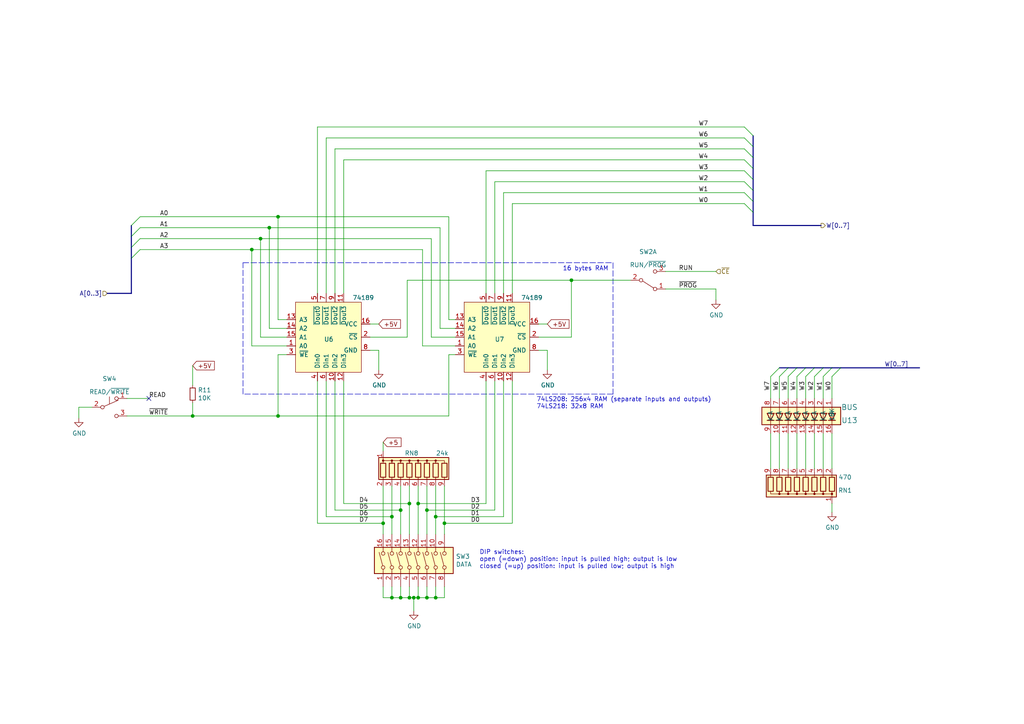
<source format=kicad_sch>
(kicad_sch (version 20211123) (generator eeschema)

  (uuid ae7bcbef-4fce-48f7-b2f1-0936b8a361a5)

  (paper "A4")

  (lib_symbols
    (symbol "8bitcomputer-Malvino-rescue:74189-zDirkLibrary" (pin_names (offset 1.016)) (in_bom yes) (on_board yes)
      (property "Reference" "U" (id 0) (at 0 2.54 0)
        (effects (font (size 1.27 1.27)))
      )
      (property "Value" "74189-zDirkLibrary" (id 1) (at 0 -1.27 0)
        (effects (font (size 1.27 1.27)))
      )
      (property "Footprint" "" (id 2) (at 0 0 0)
        (effects (font (size 1.27 1.27)) hide)
      )
      (property "Datasheet" "" (id 3) (at 0 0 0)
        (effects (font (size 1.27 1.27)) hide)
      )
      (symbol "74189-zDirkLibrary_0_1"
        (rectangle (start -10.16 10.16) (end 8.89 -10.16)
          (stroke (width 0) (type default) (color 0 0 0 0))
          (fill (type background))
        )
      )
      (symbol "74189-zDirkLibrary_1_1"
        (pin input line (at -12.7 -2.54 0) (length 2.54)
          (name "A0" (effects (font (size 1.27 1.27))))
          (number "1" (effects (font (size 1.27 1.27))))
        )
        (pin input line (at 1.27 -12.7 90) (length 2.54)
          (name "Din2" (effects (font (size 1.27 1.27))))
          (number "10" (effects (font (size 1.27 1.27))))
        )
        (pin tri_state line (at 3.81 12.7 270) (length 2.54)
          (name "~{Dout3}" (effects (font (size 1.27 1.27))))
          (number "11" (effects (font (size 1.27 1.27))))
        )
        (pin input line (at 3.81 -12.7 90) (length 2.54)
          (name "Din3" (effects (font (size 1.27 1.27))))
          (number "12" (effects (font (size 1.27 1.27))))
        )
        (pin input line (at -12.7 5.08 0) (length 2.54)
          (name "A3" (effects (font (size 1.27 1.27))))
          (number "13" (effects (font (size 1.27 1.27))))
        )
        (pin input line (at -12.7 2.54 0) (length 2.54)
          (name "A2" (effects (font (size 1.27 1.27))))
          (number "14" (effects (font (size 1.27 1.27))))
        )
        (pin input line (at -12.7 0 0) (length 2.54)
          (name "A1" (effects (font (size 1.27 1.27))))
          (number "15" (effects (font (size 1.27 1.27))))
        )
        (pin power_in line (at 11.43 3.81 180) (length 2.54)
          (name "VCC" (effects (font (size 1.27 1.27))))
          (number "16" (effects (font (size 1.27 1.27))))
        )
        (pin input line (at 11.43 0 180) (length 2.54)
          (name "~{CS}" (effects (font (size 1.27 1.27))))
          (number "2" (effects (font (size 1.27 1.27))))
        )
        (pin input line (at -12.7 -5.08 0) (length 2.54)
          (name "~{WE}" (effects (font (size 1.27 1.27))))
          (number "3" (effects (font (size 1.27 1.27))))
        )
        (pin input line (at -3.81 -12.7 90) (length 2.54)
          (name "Din0" (effects (font (size 1.27 1.27))))
          (number "4" (effects (font (size 1.27 1.27))))
        )
        (pin tri_state line (at -3.81 12.7 270) (length 2.54)
          (name "~{Dout0}" (effects (font (size 1.27 1.27))))
          (number "5" (effects (font (size 1.27 1.27))))
        )
        (pin input line (at -1.27 -12.7 90) (length 2.54)
          (name "Din1" (effects (font (size 1.27 1.27))))
          (number "6" (effects (font (size 1.27 1.27))))
        )
        (pin tri_state line (at -1.27 12.7 270) (length 2.54)
          (name "~{Dout1}" (effects (font (size 1.27 1.27))))
          (number "7" (effects (font (size 1.27 1.27))))
        )
        (pin power_in line (at 11.43 -3.81 180) (length 2.54)
          (name "GND" (effects (font (size 1.27 1.27))))
          (number "8" (effects (font (size 1.27 1.27))))
        )
        (pin tri_state line (at 1.27 12.7 270) (length 2.54)
          (name "~{Dout2}" (effects (font (size 1.27 1.27))))
          (number "9" (effects (font (size 1.27 1.27))))
        )
      )
    )
    (symbol "8bitcomputer-Malvino-rescue:8segmBarGraph-zDirkLibrary" (pin_names (offset 1.016)) (in_bom yes) (on_board yes)
      (property "Reference" "U" (id 0) (at 0 12.7 0)
        (effects (font (size 1.524 1.524)))
      )
      (property "Value" "8segmBarGraph-zDirkLibrary" (id 1) (at 0 -12.7 0)
        (effects (font (size 1.524 1.524)))
      )
      (property "Footprint" "" (id 2) (at 0 0 0)
        (effects (font (size 1.524 1.524)) hide)
      )
      (property "Datasheet" "" (id 3) (at 0 0 0)
        (effects (font (size 1.524 1.524)) hide)
      )
      (symbol "8segmBarGraph-zDirkLibrary_1_1"
        (rectangle (start -2.54 11.43) (end 2.54 -11.43)
          (stroke (width 0.254) (type default) (color 0 0 0 0))
          (fill (type background))
        )
        (polyline
          (pts
            (xy -2.54 -8.89)
            (xy 2.54 -8.89)
          )
          (stroke (width 0) (type default) (color 0 0 0 0))
          (fill (type none))
        )
        (polyline
          (pts
            (xy -2.54 -6.35)
            (xy 2.54 -6.35)
          )
          (stroke (width 0) (type default) (color 0 0 0 0))
          (fill (type none))
        )
        (polyline
          (pts
            (xy -2.54 -1.27)
            (xy 2.54 -1.27)
          )
          (stroke (width 0) (type default) (color 0 0 0 0))
          (fill (type none))
        )
        (polyline
          (pts
            (xy -2.54 3.81)
            (xy 2.54 3.81)
          )
          (stroke (width 0) (type default) (color 0 0 0 0))
          (fill (type none))
        )
        (polyline
          (pts
            (xy -2.54 6.35)
            (xy 2.54 6.35)
          )
          (stroke (width 0) (type default) (color 0 0 0 0))
          (fill (type none))
        )
        (polyline
          (pts
            (xy -2.54 8.89)
            (xy 2.54 8.89)
          )
          (stroke (width 0) (type default) (color 0 0 0 0))
          (fill (type none))
        )
        (polyline
          (pts
            (xy 1.27 -7.874)
            (xy 1.27 -9.906)
          )
          (stroke (width 0.254) (type default) (color 0 0 0 0))
          (fill (type none))
        )
        (polyline
          (pts
            (xy 1.27 -5.334)
            (xy 1.27 -7.366)
          )
          (stroke (width 0.254) (type default) (color 0 0 0 0))
          (fill (type none))
        )
        (polyline
          (pts
            (xy 1.27 -2.794)
            (xy 1.27 -4.826)
          )
          (stroke (width 0.254) (type default) (color 0 0 0 0))
          (fill (type none))
        )
        (polyline
          (pts
            (xy 1.27 -0.254)
            (xy 1.27 -2.286)
          )
          (stroke (width 0.254) (type default) (color 0 0 0 0))
          (fill (type none))
        )
        (polyline
          (pts
            (xy 1.27 2.286)
            (xy 1.27 0.254)
          )
          (stroke (width 0.254) (type default) (color 0 0 0 0))
          (fill (type none))
        )
        (polyline
          (pts
            (xy 1.27 4.826)
            (xy 1.27 2.794)
          )
          (stroke (width 0.254) (type default) (color 0 0 0 0))
          (fill (type none))
        )
        (polyline
          (pts
            (xy 1.27 7.366)
            (xy 1.27 5.334)
          )
          (stroke (width 0.254) (type default) (color 0 0 0 0))
          (fill (type none))
        )
        (polyline
          (pts
            (xy 1.27 9.906)
            (xy 1.27 7.874)
          )
          (stroke (width 0.254) (type default) (color 0 0 0 0))
          (fill (type none))
        )
        (polyline
          (pts
            (xy 2.54 -3.81)
            (xy -2.54 -3.81)
          )
          (stroke (width 0) (type default) (color 0 0 0 0))
          (fill (type none))
        )
        (polyline
          (pts
            (xy 2.54 1.27)
            (xy -2.54 1.27)
          )
          (stroke (width 0) (type default) (color 0 0 0 0))
          (fill (type none))
        )
        (polyline
          (pts
            (xy -0.762 -7.874)
            (xy -0.762 -9.906)
            (xy 1.27 -8.89)
            (xy -0.762 -7.874)
          )
          (stroke (width 0.254) (type default) (color 0 0 0 0))
          (fill (type none))
        )
        (polyline
          (pts
            (xy -0.762 -5.334)
            (xy -0.762 -7.366)
            (xy 1.27 -6.35)
            (xy -0.762 -5.334)
          )
          (stroke (width 0.254) (type default) (color 0 0 0 0))
          (fill (type none))
        )
        (polyline
          (pts
            (xy -0.762 -2.794)
            (xy -0.762 -4.826)
            (xy 1.27 -3.81)
            (xy -0.762 -2.794)
          )
          (stroke (width 0.254) (type default) (color 0 0 0 0))
          (fill (type none))
        )
        (polyline
          (pts
            (xy -0.762 -0.254)
            (xy -0.762 -2.286)
            (xy 1.27 -1.27)
            (xy -0.762 -0.254)
          )
          (stroke (width 0.254) (type default) (color 0 0 0 0))
          (fill (type none))
        )
        (polyline
          (pts
            (xy -0.762 2.286)
            (xy -0.762 0.254)
            (xy 1.27 1.27)
            (xy -0.762 2.286)
          )
          (stroke (width 0.254) (type default) (color 0 0 0 0))
          (fill (type none))
        )
        (polyline
          (pts
            (xy -0.762 4.826)
            (xy -0.762 2.794)
            (xy 1.27 3.81)
            (xy -0.762 4.826)
          )
          (stroke (width 0.254) (type default) (color 0 0 0 0))
          (fill (type none))
        )
        (polyline
          (pts
            (xy -0.762 7.366)
            (xy -0.762 5.334)
            (xy 1.27 6.35)
            (xy -0.762 7.366)
          )
          (stroke (width 0.254) (type default) (color 0 0 0 0))
          (fill (type none))
        )
        (polyline
          (pts
            (xy -0.762 9.906)
            (xy -0.762 7.874)
            (xy 1.27 8.89)
            (xy -0.762 9.906)
          )
          (stroke (width 0.254) (type default) (color 0 0 0 0))
          (fill (type none))
        )
        (pin passive line (at -5.08 8.89 0) (length 2.54)
          (name "A" (effects (font (size 1.27 1.27))))
          (number "1" (effects (font (size 1.27 1.27))))
        )
        (pin passive line (at 5.08 -6.35 180) (length 2.54)
          (name "K" (effects (font (size 1.27 1.27))))
          (number "10" (effects (font (size 1.27 1.27))))
        )
        (pin passive line (at 5.08 -3.81 180) (length 2.54)
          (name "K" (effects (font (size 1.27 1.27))))
          (number "11" (effects (font (size 1.27 1.27))))
        )
        (pin passive line (at 5.08 -1.27 180) (length 2.54)
          (name "K" (effects (font (size 1.27 1.27))))
          (number "12" (effects (font (size 1.27 1.27))))
        )
        (pin passive line (at 5.08 1.27 180) (length 2.54)
          (name "K" (effects (font (size 1.27 1.27))))
          (number "13" (effects (font (size 1.27 1.27))))
        )
        (pin passive line (at 5.08 3.81 180) (length 2.54)
          (name "K" (effects (font (size 1.27 1.27))))
          (number "14" (effects (font (size 1.27 1.27))))
        )
        (pin passive line (at 5.08 6.35 180) (length 2.54)
          (name "K" (effects (font (size 1.27 1.27))))
          (number "15" (effects (font (size 1.27 1.27))))
        )
        (pin passive line (at 5.08 8.89 180) (length 2.54)
          (name "16K" (effects (font (size 1.27 1.27))))
          (number "16" (effects (font (size 1.27 1.27))))
        )
        (pin passive line (at -5.08 6.35 0) (length 2.54)
          (name "A" (effects (font (size 1.27 1.27))))
          (number "2" (effects (font (size 1.27 1.27))))
        )
        (pin passive line (at -5.08 3.81 0) (length 2.54)
          (name "A" (effects (font (size 1.27 1.27))))
          (number "3" (effects (font (size 1.27 1.27))))
        )
        (pin passive line (at -5.08 1.27 0) (length 2.54)
          (name "A" (effects (font (size 1.27 1.27))))
          (number "4" (effects (font (size 1.27 1.27))))
        )
        (pin passive line (at -5.08 -1.27 0) (length 2.54)
          (name "A" (effects (font (size 1.27 1.27))))
          (number "5" (effects (font (size 1.27 1.27))))
        )
        (pin passive line (at -5.08 -3.81 0) (length 2.54)
          (name "A" (effects (font (size 1.27 1.27))))
          (number "6" (effects (font (size 1.27 1.27))))
        )
        (pin passive line (at -5.08 -6.35 0) (length 2.54)
          (name "A" (effects (font (size 1.27 1.27))))
          (number "7" (effects (font (size 1.27 1.27))))
        )
        (pin passive line (at -5.08 -8.89 0) (length 2.54)
          (name "A" (effects (font (size 1.27 1.27))))
          (number "8" (effects (font (size 1.27 1.27))))
        )
        (pin passive line (at 5.08 -8.89 180) (length 2.54)
          (name "K" (effects (font (size 1.27 1.27))))
          (number "9" (effects (font (size 1.27 1.27))))
        )
      )
    )
    (symbol "Device:R_Network08" (pin_names (offset 0) hide) (in_bom yes) (on_board yes)
      (property "Reference" "RN" (id 0) (at -12.7 0 90)
        (effects (font (size 1.27 1.27)))
      )
      (property "Value" "R_Network08" (id 1) (at 10.16 0 90)
        (effects (font (size 1.27 1.27)))
      )
      (property "Footprint" "Resistor_THT:R_Array_SIP9" (id 2) (at 12.065 0 90)
        (effects (font (size 1.27 1.27)) hide)
      )
      (property "Datasheet" "http://www.vishay.com/docs/31509/csc.pdf" (id 3) (at 0 0 0)
        (effects (font (size 1.27 1.27)) hide)
      )
      (property "ki_keywords" "R network star-topology" (id 4) (at 0 0 0)
        (effects (font (size 1.27 1.27)) hide)
      )
      (property "ki_description" "8 resistor network, star topology, bussed resistors, small symbol" (id 5) (at 0 0 0)
        (effects (font (size 1.27 1.27)) hide)
      )
      (property "ki_fp_filters" "R?Array?SIP*" (id 6) (at 0 0 0)
        (effects (font (size 1.27 1.27)) hide)
      )
      (symbol "R_Network08_0_1"
        (rectangle (start -11.43 -3.175) (end 8.89 3.175)
          (stroke (width 0.254) (type default) (color 0 0 0 0))
          (fill (type background))
        )
        (rectangle (start -10.922 1.524) (end -9.398 -2.54)
          (stroke (width 0.254) (type default) (color 0 0 0 0))
          (fill (type none))
        )
        (circle (center -10.16 2.286) (radius 0.254)
          (stroke (width 0) (type default) (color 0 0 0 0))
          (fill (type outline))
        )
        (rectangle (start -8.382 1.524) (end -6.858 -2.54)
          (stroke (width 0.254) (type default) (color 0 0 0 0))
          (fill (type none))
        )
        (circle (center -7.62 2.286) (radius 0.254)
          (stroke (width 0) (type default) (color 0 0 0 0))
          (fill (type outline))
        )
        (rectangle (start -5.842 1.524) (end -4.318 -2.54)
          (stroke (width 0.254) (type default) (color 0 0 0 0))
          (fill (type none))
        )
        (circle (center -5.08 2.286) (radius 0.254)
          (stroke (width 0) (type default) (color 0 0 0 0))
          (fill (type outline))
        )
        (rectangle (start -3.302 1.524) (end -1.778 -2.54)
          (stroke (width 0.254) (type default) (color 0 0 0 0))
          (fill (type none))
        )
        (circle (center -2.54 2.286) (radius 0.254)
          (stroke (width 0) (type default) (color 0 0 0 0))
          (fill (type outline))
        )
        (rectangle (start -0.762 1.524) (end 0.762 -2.54)
          (stroke (width 0.254) (type default) (color 0 0 0 0))
          (fill (type none))
        )
        (polyline
          (pts
            (xy -10.16 -2.54)
            (xy -10.16 -3.81)
          )
          (stroke (width 0) (type default) (color 0 0 0 0))
          (fill (type none))
        )
        (polyline
          (pts
            (xy -7.62 -2.54)
            (xy -7.62 -3.81)
          )
          (stroke (width 0) (type default) (color 0 0 0 0))
          (fill (type none))
        )
        (polyline
          (pts
            (xy -5.08 -2.54)
            (xy -5.08 -3.81)
          )
          (stroke (width 0) (type default) (color 0 0 0 0))
          (fill (type none))
        )
        (polyline
          (pts
            (xy -2.54 -2.54)
            (xy -2.54 -3.81)
          )
          (stroke (width 0) (type default) (color 0 0 0 0))
          (fill (type none))
        )
        (polyline
          (pts
            (xy 0 -2.54)
            (xy 0 -3.81)
          )
          (stroke (width 0) (type default) (color 0 0 0 0))
          (fill (type none))
        )
        (polyline
          (pts
            (xy 2.54 -2.54)
            (xy 2.54 -3.81)
          )
          (stroke (width 0) (type default) (color 0 0 0 0))
          (fill (type none))
        )
        (polyline
          (pts
            (xy 5.08 -2.54)
            (xy 5.08 -3.81)
          )
          (stroke (width 0) (type default) (color 0 0 0 0))
          (fill (type none))
        )
        (polyline
          (pts
            (xy 7.62 -2.54)
            (xy 7.62 -3.81)
          )
          (stroke (width 0) (type default) (color 0 0 0 0))
          (fill (type none))
        )
        (polyline
          (pts
            (xy -10.16 1.524)
            (xy -10.16 2.286)
            (xy -7.62 2.286)
            (xy -7.62 1.524)
          )
          (stroke (width 0) (type default) (color 0 0 0 0))
          (fill (type none))
        )
        (polyline
          (pts
            (xy -7.62 1.524)
            (xy -7.62 2.286)
            (xy -5.08 2.286)
            (xy -5.08 1.524)
          )
          (stroke (width 0) (type default) (color 0 0 0 0))
          (fill (type none))
        )
        (polyline
          (pts
            (xy -5.08 1.524)
            (xy -5.08 2.286)
            (xy -2.54 2.286)
            (xy -2.54 1.524)
          )
          (stroke (width 0) (type default) (color 0 0 0 0))
          (fill (type none))
        )
        (polyline
          (pts
            (xy -2.54 1.524)
            (xy -2.54 2.286)
            (xy 0 2.286)
            (xy 0 1.524)
          )
          (stroke (width 0) (type default) (color 0 0 0 0))
          (fill (type none))
        )
        (polyline
          (pts
            (xy 0 1.524)
            (xy 0 2.286)
            (xy 2.54 2.286)
            (xy 2.54 1.524)
          )
          (stroke (width 0) (type default) (color 0 0 0 0))
          (fill (type none))
        )
        (polyline
          (pts
            (xy 2.54 1.524)
            (xy 2.54 2.286)
            (xy 5.08 2.286)
            (xy 5.08 1.524)
          )
          (stroke (width 0) (type default) (color 0 0 0 0))
          (fill (type none))
        )
        (polyline
          (pts
            (xy 5.08 1.524)
            (xy 5.08 2.286)
            (xy 7.62 2.286)
            (xy 7.62 1.524)
          )
          (stroke (width 0) (type default) (color 0 0 0 0))
          (fill (type none))
        )
        (circle (center 0 2.286) (radius 0.254)
          (stroke (width 0) (type default) (color 0 0 0 0))
          (fill (type outline))
        )
        (rectangle (start 1.778 1.524) (end 3.302 -2.54)
          (stroke (width 0.254) (type default) (color 0 0 0 0))
          (fill (type none))
        )
        (circle (center 2.54 2.286) (radius 0.254)
          (stroke (width 0) (type default) (color 0 0 0 0))
          (fill (type outline))
        )
        (rectangle (start 4.318 1.524) (end 5.842 -2.54)
          (stroke (width 0.254) (type default) (color 0 0 0 0))
          (fill (type none))
        )
        (circle (center 5.08 2.286) (radius 0.254)
          (stroke (width 0) (type default) (color 0 0 0 0))
          (fill (type outline))
        )
        (rectangle (start 6.858 1.524) (end 8.382 -2.54)
          (stroke (width 0.254) (type default) (color 0 0 0 0))
          (fill (type none))
        )
      )
      (symbol "R_Network08_1_1"
        (pin passive line (at -10.16 5.08 270) (length 2.54)
          (name "common" (effects (font (size 1.27 1.27))))
          (number "1" (effects (font (size 1.27 1.27))))
        )
        (pin passive line (at -10.16 -5.08 90) (length 1.27)
          (name "R1" (effects (font (size 1.27 1.27))))
          (number "2" (effects (font (size 1.27 1.27))))
        )
        (pin passive line (at -7.62 -5.08 90) (length 1.27)
          (name "R2" (effects (font (size 1.27 1.27))))
          (number "3" (effects (font (size 1.27 1.27))))
        )
        (pin passive line (at -5.08 -5.08 90) (length 1.27)
          (name "R3" (effects (font (size 1.27 1.27))))
          (number "4" (effects (font (size 1.27 1.27))))
        )
        (pin passive line (at -2.54 -5.08 90) (length 1.27)
          (name "R4" (effects (font (size 1.27 1.27))))
          (number "5" (effects (font (size 1.27 1.27))))
        )
        (pin passive line (at 0 -5.08 90) (length 1.27)
          (name "R5" (effects (font (size 1.27 1.27))))
          (number "6" (effects (font (size 1.27 1.27))))
        )
        (pin passive line (at 2.54 -5.08 90) (length 1.27)
          (name "R6" (effects (font (size 1.27 1.27))))
          (number "7" (effects (font (size 1.27 1.27))))
        )
        (pin passive line (at 5.08 -5.08 90) (length 1.27)
          (name "R7" (effects (font (size 1.27 1.27))))
          (number "8" (effects (font (size 1.27 1.27))))
        )
        (pin passive line (at 7.62 -5.08 90) (length 1.27)
          (name "R8" (effects (font (size 1.27 1.27))))
          (number "9" (effects (font (size 1.27 1.27))))
        )
      )
    )
    (symbol "Device:R_Small" (pin_numbers hide) (pin_names (offset 0.254) hide) (in_bom yes) (on_board yes)
      (property "Reference" "R" (id 0) (at 0.762 0.508 0)
        (effects (font (size 1.27 1.27)) (justify left))
      )
      (property "Value" "R_Small" (id 1) (at 0.762 -1.016 0)
        (effects (font (size 1.27 1.27)) (justify left))
      )
      (property "Footprint" "" (id 2) (at 0 0 0)
        (effects (font (size 1.27 1.27)) hide)
      )
      (property "Datasheet" "~" (id 3) (at 0 0 0)
        (effects (font (size 1.27 1.27)) hide)
      )
      (property "ki_keywords" "R resistor" (id 4) (at 0 0 0)
        (effects (font (size 1.27 1.27)) hide)
      )
      (property "ki_description" "Resistor, small symbol" (id 5) (at 0 0 0)
        (effects (font (size 1.27 1.27)) hide)
      )
      (property "ki_fp_filters" "R_*" (id 6) (at 0 0 0)
        (effects (font (size 1.27 1.27)) hide)
      )
      (symbol "R_Small_0_1"
        (rectangle (start -0.762 1.778) (end 0.762 -1.778)
          (stroke (width 0.2032) (type default) (color 0 0 0 0))
          (fill (type none))
        )
      )
      (symbol "R_Small_1_1"
        (pin passive line (at 0 2.54 270) (length 0.762)
          (name "~" (effects (font (size 1.27 1.27))))
          (number "1" (effects (font (size 1.27 1.27))))
        )
        (pin passive line (at 0 -2.54 90) (length 0.762)
          (name "~" (effects (font (size 1.27 1.27))))
          (number "2" (effects (font (size 1.27 1.27))))
        )
      )
    )
    (symbol "Switch:SW_DIP_x08" (pin_names (offset 0) hide) (in_bom yes) (on_board yes)
      (property "Reference" "SW" (id 0) (at 0 13.97 0)
        (effects (font (size 1.27 1.27)))
      )
      (property "Value" "SW_DIP_x08" (id 1) (at 0 -11.43 0)
        (effects (font (size 1.27 1.27)))
      )
      (property "Footprint" "" (id 2) (at 0 0 0)
        (effects (font (size 1.27 1.27)) hide)
      )
      (property "Datasheet" "~" (id 3) (at 0 0 0)
        (effects (font (size 1.27 1.27)) hide)
      )
      (property "ki_keywords" "dip switch" (id 4) (at 0 0 0)
        (effects (font (size 1.27 1.27)) hide)
      )
      (property "ki_description" "8x DIP Switch, Single Pole Single Throw (SPST) switch, small symbol" (id 5) (at 0 0 0)
        (effects (font (size 1.27 1.27)) hide)
      )
      (property "ki_fp_filters" "SW?DIP?x8*" (id 6) (at 0 0 0)
        (effects (font (size 1.27 1.27)) hide)
      )
      (symbol "SW_DIP_x08_0_0"
        (circle (center -2.032 -7.62) (radius 0.508)
          (stroke (width 0) (type default) (color 0 0 0 0))
          (fill (type none))
        )
        (circle (center -2.032 -5.08) (radius 0.508)
          (stroke (width 0) (type default) (color 0 0 0 0))
          (fill (type none))
        )
        (circle (center -2.032 -2.54) (radius 0.508)
          (stroke (width 0) (type default) (color 0 0 0 0))
          (fill (type none))
        )
        (circle (center -2.032 0) (radius 0.508)
          (stroke (width 0) (type default) (color 0 0 0 0))
          (fill (type none))
        )
        (circle (center -2.032 2.54) (radius 0.508)
          (stroke (width 0) (type default) (color 0 0 0 0))
          (fill (type none))
        )
        (circle (center -2.032 5.08) (radius 0.508)
          (stroke (width 0) (type default) (color 0 0 0 0))
          (fill (type none))
        )
        (circle (center -2.032 7.62) (radius 0.508)
          (stroke (width 0) (type default) (color 0 0 0 0))
          (fill (type none))
        )
        (circle (center -2.032 10.16) (radius 0.508)
          (stroke (width 0) (type default) (color 0 0 0 0))
          (fill (type none))
        )
        (polyline
          (pts
            (xy -1.524 -7.4676)
            (xy 2.3622 -6.4262)
          )
          (stroke (width 0) (type default) (color 0 0 0 0))
          (fill (type none))
        )
        (polyline
          (pts
            (xy -1.524 -4.9276)
            (xy 2.3622 -3.8862)
          )
          (stroke (width 0) (type default) (color 0 0 0 0))
          (fill (type none))
        )
        (polyline
          (pts
            (xy -1.524 -2.3876)
            (xy 2.3622 -1.3462)
          )
          (stroke (width 0) (type default) (color 0 0 0 0))
          (fill (type none))
        )
        (polyline
          (pts
            (xy -1.524 0.127)
            (xy 2.3622 1.1684)
          )
          (stroke (width 0) (type default) (color 0 0 0 0))
          (fill (type none))
        )
        (polyline
          (pts
            (xy -1.524 2.667)
            (xy 2.3622 3.7084)
          )
          (stroke (width 0) (type default) (color 0 0 0 0))
          (fill (type none))
        )
        (polyline
          (pts
            (xy -1.524 5.207)
            (xy 2.3622 6.2484)
          )
          (stroke (width 0) (type default) (color 0 0 0 0))
          (fill (type none))
        )
        (polyline
          (pts
            (xy -1.524 7.747)
            (xy 2.3622 8.7884)
          )
          (stroke (width 0) (type default) (color 0 0 0 0))
          (fill (type none))
        )
        (polyline
          (pts
            (xy -1.524 10.287)
            (xy 2.3622 11.3284)
          )
          (stroke (width 0) (type default) (color 0 0 0 0))
          (fill (type none))
        )
        (circle (center 2.032 -7.62) (radius 0.508)
          (stroke (width 0) (type default) (color 0 0 0 0))
          (fill (type none))
        )
        (circle (center 2.032 -5.08) (radius 0.508)
          (stroke (width 0) (type default) (color 0 0 0 0))
          (fill (type none))
        )
        (circle (center 2.032 -2.54) (radius 0.508)
          (stroke (width 0) (type default) (color 0 0 0 0))
          (fill (type none))
        )
        (circle (center 2.032 0) (radius 0.508)
          (stroke (width 0) (type default) (color 0 0 0 0))
          (fill (type none))
        )
        (circle (center 2.032 2.54) (radius 0.508)
          (stroke (width 0) (type default) (color 0 0 0 0))
          (fill (type none))
        )
        (circle (center 2.032 5.08) (radius 0.508)
          (stroke (width 0) (type default) (color 0 0 0 0))
          (fill (type none))
        )
        (circle (center 2.032 7.62) (radius 0.508)
          (stroke (width 0) (type default) (color 0 0 0 0))
          (fill (type none))
        )
        (circle (center 2.032 10.16) (radius 0.508)
          (stroke (width 0) (type default) (color 0 0 0 0))
          (fill (type none))
        )
      )
      (symbol "SW_DIP_x08_0_1"
        (rectangle (start -3.81 12.7) (end 3.81 -10.16)
          (stroke (width 0.254) (type default) (color 0 0 0 0))
          (fill (type background))
        )
      )
      (symbol "SW_DIP_x08_1_1"
        (pin passive line (at -7.62 10.16 0) (length 5.08)
          (name "~" (effects (font (size 1.27 1.27))))
          (number "1" (effects (font (size 1.27 1.27))))
        )
        (pin passive line (at 7.62 -5.08 180) (length 5.08)
          (name "~" (effects (font (size 1.27 1.27))))
          (number "10" (effects (font (size 1.27 1.27))))
        )
        (pin passive line (at 7.62 -2.54 180) (length 5.08)
          (name "~" (effects (font (size 1.27 1.27))))
          (number "11" (effects (font (size 1.27 1.27))))
        )
        (pin passive line (at 7.62 0 180) (length 5.08)
          (name "~" (effects (font (size 1.27 1.27))))
          (number "12" (effects (font (size 1.27 1.27))))
        )
        (pin passive line (at 7.62 2.54 180) (length 5.08)
          (name "~" (effects (font (size 1.27 1.27))))
          (number "13" (effects (font (size 1.27 1.27))))
        )
        (pin passive line (at 7.62 5.08 180) (length 5.08)
          (name "~" (effects (font (size 1.27 1.27))))
          (number "14" (effects (font (size 1.27 1.27))))
        )
        (pin passive line (at 7.62 7.62 180) (length 5.08)
          (name "~" (effects (font (size 1.27 1.27))))
          (number "15" (effects (font (size 1.27 1.27))))
        )
        (pin passive line (at 7.62 10.16 180) (length 5.08)
          (name "~" (effects (font (size 1.27 1.27))))
          (number "16" (effects (font (size 1.27 1.27))))
        )
        (pin passive line (at -7.62 7.62 0) (length 5.08)
          (name "~" (effects (font (size 1.27 1.27))))
          (number "2" (effects (font (size 1.27 1.27))))
        )
        (pin passive line (at -7.62 5.08 0) (length 5.08)
          (name "~" (effects (font (size 1.27 1.27))))
          (number "3" (effects (font (size 1.27 1.27))))
        )
        (pin passive line (at -7.62 2.54 0) (length 5.08)
          (name "~" (effects (font (size 1.27 1.27))))
          (number "4" (effects (font (size 1.27 1.27))))
        )
        (pin passive line (at -7.62 0 0) (length 5.08)
          (name "~" (effects (font (size 1.27 1.27))))
          (number "5" (effects (font (size 1.27 1.27))))
        )
        (pin passive line (at -7.62 -2.54 0) (length 5.08)
          (name "~" (effects (font (size 1.27 1.27))))
          (number "6" (effects (font (size 1.27 1.27))))
        )
        (pin passive line (at -7.62 -5.08 0) (length 5.08)
          (name "~" (effects (font (size 1.27 1.27))))
          (number "7" (effects (font (size 1.27 1.27))))
        )
        (pin passive line (at -7.62 -7.62 0) (length 5.08)
          (name "~" (effects (font (size 1.27 1.27))))
          (number "8" (effects (font (size 1.27 1.27))))
        )
        (pin passive line (at 7.62 -7.62 180) (length 5.08)
          (name "~" (effects (font (size 1.27 1.27))))
          (number "9" (effects (font (size 1.27 1.27))))
        )
      )
    )
    (symbol "Switch:SW_DPDT_x2" (pin_names (offset 0) hide) (in_bom yes) (on_board yes)
      (property "Reference" "SW" (id 0) (at 0 4.318 0)
        (effects (font (size 1.27 1.27)))
      )
      (property "Value" "SW_DPDT_x2" (id 1) (at 0 -5.08 0)
        (effects (font (size 1.27 1.27)))
      )
      (property "Footprint" "" (id 2) (at 0 0 0)
        (effects (font (size 1.27 1.27)) hide)
      )
      (property "Datasheet" "~" (id 3) (at 0 0 0)
        (effects (font (size 1.27 1.27)) hide)
      )
      (property "ki_keywords" "switch dual-pole double-throw DPDT spdt ON-ON" (id 4) (at 0 0 0)
        (effects (font (size 1.27 1.27)) hide)
      )
      (property "ki_description" "Switch, dual pole double throw, separate symbols" (id 5) (at 0 0 0)
        (effects (font (size 1.27 1.27)) hide)
      )
      (property "ki_fp_filters" "SW*DPDT*" (id 6) (at 0 0 0)
        (effects (font (size 1.27 1.27)) hide)
      )
      (symbol "SW_DPDT_x2_0_0"
        (circle (center -2.032 0) (radius 0.508)
          (stroke (width 0) (type default) (color 0 0 0 0))
          (fill (type none))
        )
        (circle (center 2.032 -2.54) (radius 0.508)
          (stroke (width 0) (type default) (color 0 0 0 0))
          (fill (type none))
        )
      )
      (symbol "SW_DPDT_x2_0_1"
        (polyline
          (pts
            (xy -1.524 0.254)
            (xy 1.651 2.286)
          )
          (stroke (width 0) (type default) (color 0 0 0 0))
          (fill (type none))
        )
        (circle (center 2.032 2.54) (radius 0.508)
          (stroke (width 0) (type default) (color 0 0 0 0))
          (fill (type none))
        )
      )
      (symbol "SW_DPDT_x2_1_1"
        (pin passive line (at 5.08 2.54 180) (length 2.54)
          (name "A" (effects (font (size 1.27 1.27))))
          (number "1" (effects (font (size 1.27 1.27))))
        )
        (pin passive line (at -5.08 0 0) (length 2.54)
          (name "B" (effects (font (size 1.27 1.27))))
          (number "2" (effects (font (size 1.27 1.27))))
        )
        (pin passive line (at 5.08 -2.54 180) (length 2.54)
          (name "C" (effects (font (size 1.27 1.27))))
          (number "3" (effects (font (size 1.27 1.27))))
        )
      )
      (symbol "SW_DPDT_x2_2_1"
        (pin passive line (at 5.08 2.54 180) (length 2.54)
          (name "A" (effects (font (size 1.27 1.27))))
          (number "4" (effects (font (size 1.27 1.27))))
        )
        (pin passive line (at -5.08 0 0) (length 2.54)
          (name "B" (effects (font (size 1.27 1.27))))
          (number "5" (effects (font (size 1.27 1.27))))
        )
        (pin passive line (at 5.08 -2.54 180) (length 2.54)
          (name "C" (effects (font (size 1.27 1.27))))
          (number "6" (effects (font (size 1.27 1.27))))
        )
      )
    )
    (symbol "Switch:SW_Push_SPDT" (pin_names (offset 0) hide) (in_bom yes) (on_board yes)
      (property "Reference" "SW" (id 0) (at 0 4.318 0)
        (effects (font (size 1.27 1.27)))
      )
      (property "Value" "SW_Push_SPDT" (id 1) (at 0 -5.08 0)
        (effects (font (size 1.27 1.27)))
      )
      (property "Footprint" "" (id 2) (at 0 0 0)
        (effects (font (size 1.27 1.27)) hide)
      )
      (property "Datasheet" "~" (id 3) (at 0 0 0)
        (effects (font (size 1.27 1.27)) hide)
      )
      (property "ki_keywords" "switch single-pole double-throw spdt ON-ON" (id 4) (at 0 0 0)
        (effects (font (size 1.27 1.27)) hide)
      )
      (property "ki_description" "Momentary Switch, single pole double throw" (id 5) (at 0 0 0)
        (effects (font (size 1.27 1.27)) hide)
      )
      (symbol "SW_Push_SPDT_0_0"
        (circle (center -2.032 0) (radius 0.508)
          (stroke (width 0) (type default) (color 0 0 0 0))
          (fill (type none))
        )
        (polyline
          (pts
            (xy 0 1.016)
            (xy 0 3.048)
          )
          (stroke (width 0) (type default) (color 0 0 0 0))
          (fill (type none))
        )
        (circle (center 2.032 -2.54) (radius 0.508)
          (stroke (width 0) (type default) (color 0 0 0 0))
          (fill (type none))
        )
      )
      (symbol "SW_Push_SPDT_0_1"
        (polyline
          (pts
            (xy -1.524 0.254)
            (xy 2.54 2.032)
          )
          (stroke (width 0) (type default) (color 0 0 0 0))
          (fill (type none))
        )
        (circle (center 2.032 2.54) (radius 0.508)
          (stroke (width 0) (type default) (color 0 0 0 0))
          (fill (type none))
        )
      )
      (symbol "SW_Push_SPDT_1_1"
        (pin passive line (at 5.08 2.54 180) (length 2.54)
          (name "A" (effects (font (size 1.27 1.27))))
          (number "1" (effects (font (size 1.27 1.27))))
        )
        (pin passive line (at -5.08 0 0) (length 2.54)
          (name "B" (effects (font (size 1.27 1.27))))
          (number "2" (effects (font (size 1.27 1.27))))
        )
        (pin passive line (at 5.08 -2.54 180) (length 2.54)
          (name "C" (effects (font (size 1.27 1.27))))
          (number "3" (effects (font (size 1.27 1.27))))
        )
      )
    )
    (symbol "power:GND" (power) (pin_names (offset 0)) (in_bom yes) (on_board yes)
      (property "Reference" "#PWR" (id 0) (at 0 -6.35 0)
        (effects (font (size 1.27 1.27)) hide)
      )
      (property "Value" "GND" (id 1) (at 0 -3.81 0)
        (effects (font (size 1.27 1.27)))
      )
      (property "Footprint" "" (id 2) (at 0 0 0)
        (effects (font (size 1.27 1.27)) hide)
      )
      (property "Datasheet" "" (id 3) (at 0 0 0)
        (effects (font (size 1.27 1.27)) hide)
      )
      (property "ki_keywords" "power-flag" (id 4) (at 0 0 0)
        (effects (font (size 1.27 1.27)) hide)
      )
      (property "ki_description" "Power symbol creates a global label with name \"GND\" , ground" (id 5) (at 0 0 0)
        (effects (font (size 1.27 1.27)) hide)
      )
      (symbol "GND_0_1"
        (polyline
          (pts
            (xy 0 0)
            (xy 0 -1.27)
            (xy 1.27 -1.27)
            (xy 0 -2.54)
            (xy -1.27 -1.27)
            (xy 0 -1.27)
          )
          (stroke (width 0) (type default) (color 0 0 0 0))
          (fill (type none))
        )
      )
      (symbol "GND_1_1"
        (pin power_in line (at 0 0 270) (length 0) hide
          (name "GND" (effects (font (size 1.27 1.27))))
          (number "1" (effects (font (size 1.27 1.27))))
        )
      )
    )
  )

  (junction (at 118.745 146.05) (diameter 0) (color 0 0 0 0)
    (uuid 041d2cf2-48ec-4e78-a503-71307d5e613a)
  )
  (junction (at 55.88 120.65) (diameter 0) (color 0 0 0 0)
    (uuid 1daf4889-56ed-4d49-aeec-d381ac58e436)
  )
  (junction (at 118.745 173.355) (diameter 0) (color 0 0 0 0)
    (uuid 1df0d764-5b19-4d37-8430-976ac6cbbe40)
  )
  (junction (at 75.565 69.215) (diameter 0) (color 0 0 0 0)
    (uuid 3045c1f4-7a63-4fc1-8bd9-3d28d74a00d9)
  )
  (junction (at 113.665 149.86) (diameter 0) (color 0 0 0 0)
    (uuid 3bc847c8-e552-4e4b-b849-e624fd847394)
  )
  (junction (at 121.285 173.355) (diameter 0) (color 0 0 0 0)
    (uuid 4f29e7d2-f37c-48f8-b390-4460e3e5b3ee)
  )
  (junction (at 128.905 151.765) (diameter 0) (color 0 0 0 0)
    (uuid 6b6cd9b6-5254-4b10-877e-db4172d7e1e3)
  )
  (junction (at 113.665 173.355) (diameter 0) (color 0 0 0 0)
    (uuid 81d198c1-f244-40fe-b2fc-bfc4ec83fbe2)
  )
  (junction (at 80.645 120.65) (diameter 0) (color 0 0 0 0)
    (uuid 8a60491d-a0ef-4ee0-9872-8448580aa1b3)
  )
  (junction (at 123.825 147.955) (diameter 0) (color 0 0 0 0)
    (uuid 9b494a3e-9d47-4fbc-a3d2-8dac9e53513f)
  )
  (junction (at 111.125 151.765) (diameter 0) (color 0 0 0 0)
    (uuid 9b4d9fb3-ca7e-4138-ab69-0ce2c3b4db5a)
  )
  (junction (at 116.205 147.955) (diameter 0) (color 0 0 0 0)
    (uuid 9b6b5f65-a529-45b1-b591-7d04246569a6)
  )
  (junction (at 80.645 62.865) (diameter 0) (color 0 0 0 0)
    (uuid b2300797-06e3-4f36-bbc7-a4a523decc00)
  )
  (junction (at 121.285 146.05) (diameter 0) (color 0 0 0 0)
    (uuid b24d75a5-456a-4d77-ae2c-e00acd79697b)
  )
  (junction (at 165.735 81.28) (diameter 0) (color 0 0 0 0)
    (uuid b93179a0-5093-4451-abed-2bfbe8b63d60)
  )
  (junction (at 123.825 173.355) (diameter 0) (color 0 0 0 0)
    (uuid bc11557a-e929-45df-b4e6-c6ce47194fbf)
  )
  (junction (at 78.105 66.04) (diameter 0) (color 0 0 0 0)
    (uuid d891260c-1cbc-407c-b68e-dab566fe40cf)
  )
  (junction (at 73.025 72.39) (diameter 0) (color 0 0 0 0)
    (uuid e38d5dda-9090-4eaf-941e-6199bc697aab)
  )
  (junction (at 120.015 173.355) (diameter 0) (color 0 0 0 0)
    (uuid ee1d0e07-f183-4b18-aa76-e40294f81d3d)
  )
  (junction (at 116.205 173.355) (diameter 0) (color 0 0 0 0)
    (uuid f0cac8da-be4d-4f53-8694-df375ff64073)
  )
  (junction (at 126.365 173.355) (diameter 0) (color 0 0 0 0)
    (uuid f5aede74-18da-46ea-b1a8-7373ac641812)
  )
  (junction (at 126.365 149.86) (diameter 0) (color 0 0 0 0)
    (uuid fd7f1420-cc5c-4961-8c6e-1a536b806ae7)
  )

  (no_connect (at 43.18 115.57) (uuid 66f01519-6c08-492c-8dd3-85f1fea215f9))

  (bus_entry (at 40.64 62.865) (size -2.54 2.54)
    (stroke (width 0) (type default) (color 0 0 0 0))
    (uuid 0650708f-7ecc-4513-9bf3-dfa95e0c1e5c)
  )
  (bus_entry (at 40.64 69.215) (size -2.54 2.54)
    (stroke (width 0) (type default) (color 0 0 0 0))
    (uuid 0e5913b6-248d-4a8f-b76b-a2f7144519fb)
  )
  (bus_entry (at 40.64 72.39) (size -2.54 2.54)
    (stroke (width 0) (type default) (color 0 0 0 0))
    (uuid 17f5f44c-fb59-45de-9ab2-3761ecacec91)
  )
  (bus_entry (at 215.9 59.055) (size 2.54 2.54)
    (stroke (width 0) (type default) (color 0 0 0 0))
    (uuid 3a9b6dab-2d9a-4063-b892-4ef3952f590b)
  )
  (bus_entry (at 215.9 55.88) (size 2.54 2.54)
    (stroke (width 0) (type default) (color 0 0 0 0))
    (uuid 46826dfb-9b0c-4b33-b0c3-0c4c8456e4aa)
  )
  (bus_entry (at 228.6 106.68) (size -2.54 2.54)
    (stroke (width 0) (type default) (color 0 0 0 0))
    (uuid 472f7406-dbe9-45c4-92d4-5aaef958096a)
  )
  (bus_entry (at 215.9 49.53) (size 2.54 2.54)
    (stroke (width 0) (type default) (color 0 0 0 0))
    (uuid 5245b81c-fd9c-4cef-a59b-8c3d0752e705)
  )
  (bus_entry (at 241.3 106.68) (size -2.54 2.54)
    (stroke (width 0) (type default) (color 0 0 0 0))
    (uuid 652e9e7e-bd68-449f-9961-6e5de7d625e1)
  )
  (bus_entry (at 231.14 106.68) (size -2.54 2.54)
    (stroke (width 0) (type default) (color 0 0 0 0))
    (uuid 65829d45-1e31-42e9-8362-e46b57814d45)
  )
  (bus_entry (at 236.22 106.68) (size -2.54 2.54)
    (stroke (width 0) (type default) (color 0 0 0 0))
    (uuid 68419206-d4d1-48b6-93e4-afdaeddafb69)
  )
  (bus_entry (at 233.68 106.68) (size -2.54 2.54)
    (stroke (width 0) (type default) (color 0 0 0 0))
    (uuid 7f30271f-7ed2-41d2-961f-58dca65bee3f)
  )
  (bus_entry (at 215.9 36.83) (size 2.54 2.54)
    (stroke (width 0) (type default) (color 0 0 0 0))
    (uuid 818108e4-8d1f-418b-8a97-a49804d7bcba)
  )
  (bus_entry (at 215.9 46.355) (size 2.54 2.54)
    (stroke (width 0) (type default) (color 0 0 0 0))
    (uuid 96e932f2-d0da-42fe-a325-2e0eaee80f7f)
  )
  (bus_entry (at 215.9 43.18) (size 2.54 2.54)
    (stroke (width 0) (type default) (color 0 0 0 0))
    (uuid a3dc4495-eba7-43c4-a23c-eb3a02b61817)
  )
  (bus_entry (at 215.9 52.705) (size 2.54 2.54)
    (stroke (width 0) (type default) (color 0 0 0 0))
    (uuid c5031952-6d0b-451b-9fed-4b956e179a03)
  )
  (bus_entry (at 243.84 106.68) (size -2.54 2.54)
    (stroke (width 0) (type default) (color 0 0 0 0))
    (uuid d544522a-d0b5-405b-a7b8-54fc1bda9165)
  )
  (bus_entry (at 215.9 40.005) (size 2.54 2.54)
    (stroke (width 0) (type default) (color 0 0 0 0))
    (uuid d5537a2a-53c5-4c6f-9e01-21908947ee47)
  )
  (bus_entry (at 238.76 106.68) (size -2.54 2.54)
    (stroke (width 0) (type default) (color 0 0 0 0))
    (uuid df276e55-a0f6-439f-9b73-88a39e2fe30a)
  )
  (bus_entry (at 226.06 106.68) (size -2.54 2.54)
    (stroke (width 0) (type default) (color 0 0 0 0))
    (uuid df6e33ae-1c5b-4646-970c-66018ca14b9f)
  )
  (bus_entry (at 40.64 66.04) (size -2.54 2.54)
    (stroke (width 0) (type default) (color 0 0 0 0))
    (uuid f4f17665-dc9b-4684-a672-5d62a05e2434)
  )

  (wire (pts (xy 140.97 146.05) (xy 140.97 110.49))
    (stroke (width 0) (type default) (color 0 0 0 0))
    (uuid 012248ec-1f9a-4501-beca-a4f78bd0f00a)
  )
  (polyline (pts (xy 177.8 76.2) (xy 177.8 114.3))
    (stroke (width 0) (type default) (color 0 0 0 0))
    (uuid 0125c1fc-cd98-4e47-a892-24492fe8436a)
  )

  (wire (pts (xy 80.645 62.865) (xy 40.64 62.865))
    (stroke (width 0) (type default) (color 0 0 0 0))
    (uuid 02013480-4dc6-4f6c-a4bc-81629fa47e08)
  )
  (bus (pts (xy 38.1 65.405) (xy 38.1 68.58))
    (stroke (width 0) (type default) (color 0 0 0 0))
    (uuid 02f6d65f-ca17-4597-9bfc-01ac24650176)
  )

  (wire (pts (xy 111.125 173.355) (xy 113.665 173.355))
    (stroke (width 0) (type default) (color 0 0 0 0))
    (uuid 03530ce6-0878-4ce9-9b59-8f5341b40b06)
  )
  (bus (pts (xy 218.44 61.595) (xy 218.44 65.405))
    (stroke (width 0) (type default) (color 0 0 0 0))
    (uuid 03ed51fe-ada6-422f-9ce8-44a1f5b9d38e)
  )

  (wire (pts (xy 132.08 95.25) (xy 127.635 95.25))
    (stroke (width 0) (type default) (color 0 0 0 0))
    (uuid 046bbe30-4ad6-418b-a40a-80b08620a933)
  )
  (wire (pts (xy 118.11 97.79) (xy 118.11 81.28))
    (stroke (width 0) (type default) (color 0 0 0 0))
    (uuid 06759542-671b-4a7d-a32a-ca8868d11c0d)
  )
  (bus (pts (xy 228.6 106.68) (xy 226.06 106.68))
    (stroke (width 0) (type default) (color 0 0 0 0))
    (uuid 06ef8ddc-7224-4047-b311-4af10bbbcf9e)
  )

  (wire (pts (xy 126.365 154.94) (xy 126.365 149.86))
    (stroke (width 0) (type default) (color 0 0 0 0))
    (uuid 079552da-e1e0-4ff4-b8d5-f4daba038859)
  )
  (wire (pts (xy 226.06 125.73) (xy 226.06 135.89))
    (stroke (width 0) (type default) (color 0 0 0 0))
    (uuid 09b6eabd-eed1-4323-82d4-9309e40b4b54)
  )
  (wire (pts (xy 83.185 92.71) (xy 80.645 92.71))
    (stroke (width 0) (type default) (color 0 0 0 0))
    (uuid 09bab753-da73-42df-8432-1f73fb326e36)
  )
  (wire (pts (xy 126.365 170.18) (xy 126.365 173.355))
    (stroke (width 0) (type default) (color 0 0 0 0))
    (uuid 0b2d2b86-cb8b-4d43-9166-31c484f75288)
  )
  (wire (pts (xy 107.315 93.98) (xy 109.855 93.98))
    (stroke (width 0) (type default) (color 0 0 0 0))
    (uuid 0b79152d-39d6-49c9-9cd8-48261622d0d3)
  )
  (wire (pts (xy 118.745 170.18) (xy 118.745 173.355))
    (stroke (width 0) (type default) (color 0 0 0 0))
    (uuid 0e33f068-e97e-473d-9e3a-3f10640051dc)
  )
  (bus (pts (xy 218.44 45.72) (xy 218.44 48.895))
    (stroke (width 0) (type default) (color 0 0 0 0))
    (uuid 102c4b4d-b8eb-41d2-a95d-01cb3c3bd73b)
  )

  (wire (pts (xy 165.735 97.79) (xy 165.735 81.28))
    (stroke (width 0) (type default) (color 0 0 0 0))
    (uuid 10b210a3-b748-40d2-abd7-362ab1670fc2)
  )
  (bus (pts (xy 218.44 58.42) (xy 218.44 61.595))
    (stroke (width 0) (type default) (color 0 0 0 0))
    (uuid 121a55d7-8f4b-4e75-83c2-7b4bcffa0c87)
  )

  (wire (pts (xy 118.745 173.355) (xy 120.015 173.355))
    (stroke (width 0) (type default) (color 0 0 0 0))
    (uuid 132b1d6b-634d-490a-a42f-d42d3d4eaa7e)
  )
  (wire (pts (xy 215.9 46.355) (xy 99.695 46.355))
    (stroke (width 0) (type default) (color 0 0 0 0))
    (uuid 1678012f-853f-45e7-9078-5e6ba780f731)
  )
  (wire (pts (xy 123.825 170.18) (xy 123.825 173.355))
    (stroke (width 0) (type default) (color 0 0 0 0))
    (uuid 17284313-a63b-44e4-95a8-69abbbe97185)
  )
  (polyline (pts (xy 177.8 114.3) (xy 70.485 114.3))
    (stroke (width 0) (type default) (color 0 0 0 0))
    (uuid 187188d7-69c9-4872-854f-525266bb9084)
  )

  (wire (pts (xy 238.76 115.57) (xy 238.76 109.22))
    (stroke (width 0) (type default) (color 0 0 0 0))
    (uuid 19587e97-46c4-4741-8418-f4f92f9bcfde)
  )
  (wire (pts (xy 92.075 36.83) (xy 92.075 85.09))
    (stroke (width 0) (type default) (color 0 0 0 0))
    (uuid 1a00f814-a1e3-4282-a903-daa9b0dc61f8)
  )
  (wire (pts (xy 215.9 43.18) (xy 97.155 43.18))
    (stroke (width 0) (type default) (color 0 0 0 0))
    (uuid 1c72b002-30aa-4e8d-b470-a0b7430527a2)
  )
  (wire (pts (xy 94.615 149.86) (xy 94.615 110.49))
    (stroke (width 0) (type default) (color 0 0 0 0))
    (uuid 1d61005b-9b32-4052-81db-611570790759)
  )
  (wire (pts (xy 22.86 118.11) (xy 22.86 121.285))
    (stroke (width 0) (type default) (color 0 0 0 0))
    (uuid 26efbc6e-03b1-4220-81c3-f5416e7cd2a8)
  )
  (wire (pts (xy 193.04 83.82) (xy 207.645 83.82))
    (stroke (width 0) (type default) (color 0 0 0 0))
    (uuid 2d508bb1-2091-4893-b157-5e92a3509fb6)
  )
  (wire (pts (xy 111.125 170.18) (xy 111.125 173.355))
    (stroke (width 0) (type default) (color 0 0 0 0))
    (uuid 2e82d669-d239-4653-9e4e-a324487d5de5)
  )
  (wire (pts (xy 226.06 115.57) (xy 226.06 109.22))
    (stroke (width 0) (type default) (color 0 0 0 0))
    (uuid 30c69876-e076-4cd1-b69f-273013aef10d)
  )
  (bus (pts (xy 243.84 106.68) (xy 266.7 106.68))
    (stroke (width 0) (type default) (color 0 0 0 0))
    (uuid 3177e898-e624-4543-a68f-c647c3f00b34)
  )

  (wire (pts (xy 123.825 154.94) (xy 123.825 147.955))
    (stroke (width 0) (type default) (color 0 0 0 0))
    (uuid 320a1c50-47bc-49aa-b84e-67b24439294d)
  )
  (bus (pts (xy 236.22 106.68) (xy 233.68 106.68))
    (stroke (width 0) (type default) (color 0 0 0 0))
    (uuid 32b27a20-22c9-4abd-98fb-3e8dc14c161e)
  )

  (wire (pts (xy 121.285 146.05) (xy 140.97 146.05))
    (stroke (width 0) (type default) (color 0 0 0 0))
    (uuid 337115fd-32ed-48de-9417-3783531451aa)
  )
  (bus (pts (xy 231.14 106.68) (xy 228.6 106.68))
    (stroke (width 0) (type default) (color 0 0 0 0))
    (uuid 33deb771-fc08-4ecb-8473-a520f58b2f56)
  )
  (bus (pts (xy 38.1 74.93) (xy 38.1 85.09))
    (stroke (width 0) (type default) (color 0 0 0 0))
    (uuid 34294c7d-43c1-4f9a-8eeb-a8f6cc25b05f)
  )

  (wire (pts (xy 36.83 115.57) (xy 43.18 115.57))
    (stroke (width 0) (type default) (color 0 0 0 0))
    (uuid 376af433-a91d-4816-99c6-b129f89ef047)
  )
  (wire (pts (xy 83.185 100.33) (xy 73.025 100.33))
    (stroke (width 0) (type default) (color 0 0 0 0))
    (uuid 39edaec5-07d0-4431-ba2c-b6c503564678)
  )
  (wire (pts (xy 128.905 151.765) (xy 148.59 151.765))
    (stroke (width 0) (type default) (color 0 0 0 0))
    (uuid 3c1b36c2-7acb-4f3c-8818-ee86e9d01dfa)
  )
  (wire (pts (xy 130.175 62.865) (xy 130.175 92.71))
    (stroke (width 0) (type default) (color 0 0 0 0))
    (uuid 3da85c3f-764c-4935-97e3-327d1de419f2)
  )
  (wire (pts (xy 228.6 125.73) (xy 228.6 135.89))
    (stroke (width 0) (type default) (color 0 0 0 0))
    (uuid 3f7a28be-472c-4613-bce8-22f4adef2ae1)
  )
  (wire (pts (xy 241.3 146.05) (xy 241.3 148.59))
    (stroke (width 0) (type default) (color 0 0 0 0))
    (uuid 40129c52-8db4-4c0d-8cf5-13df64fb4ffb)
  )
  (bus (pts (xy 218.44 48.895) (xy 218.44 52.07))
    (stroke (width 0) (type default) (color 0 0 0 0))
    (uuid 41bd1f3c-8c75-43cd-bd45-7007827379f3)
  )

  (wire (pts (xy 241.3 125.73) (xy 241.3 135.89))
    (stroke (width 0) (type default) (color 0 0 0 0))
    (uuid 4bc91db1-59fa-463b-a826-d72cba2e3e14)
  )
  (wire (pts (xy 146.05 149.86) (xy 146.05 110.49))
    (stroke (width 0) (type default) (color 0 0 0 0))
    (uuid 4f83637a-87f2-42d6-a0bd-65eb9851322a)
  )
  (wire (pts (xy 231.14 115.57) (xy 231.14 109.22))
    (stroke (width 0) (type default) (color 0 0 0 0))
    (uuid 4fc10daa-55bb-4ac5-93d9-0c35bd0ccc61)
  )
  (wire (pts (xy 120.015 177.165) (xy 120.015 173.355))
    (stroke (width 0) (type default) (color 0 0 0 0))
    (uuid 50b6df91-6eaa-4151-b6c0-5c08d3a967d1)
  )
  (wire (pts (xy 215.9 49.53) (xy 140.97 49.53))
    (stroke (width 0) (type default) (color 0 0 0 0))
    (uuid 51357ca2-de65-484a-8c46-d98c141e1fa8)
  )
  (bus (pts (xy 38.1 68.58) (xy 38.1 71.755))
    (stroke (width 0) (type default) (color 0 0 0 0))
    (uuid 53dcc8ed-6b6a-47e9-aad1-5a0efacf97bf)
  )

  (wire (pts (xy 126.365 140.97) (xy 126.365 149.86))
    (stroke (width 0) (type default) (color 0 0 0 0))
    (uuid 53fcda0c-a966-489e-b02c-1c930ce7bf4d)
  )
  (wire (pts (xy 78.105 66.04) (xy 127.635 66.04))
    (stroke (width 0) (type default) (color 0 0 0 0))
    (uuid 55db9df3-6493-47fd-a5c6-caf58ade16cd)
  )
  (wire (pts (xy 94.615 149.86) (xy 113.665 149.86))
    (stroke (width 0) (type default) (color 0 0 0 0))
    (uuid 5a2ac7b6-ec56-4119-9cf9-7ee53e0cbcce)
  )
  (wire (pts (xy 148.59 59.055) (xy 148.59 85.09))
    (stroke (width 0) (type default) (color 0 0 0 0))
    (uuid 5ccc2920-8e18-4054-906c-bb57d1827af5)
  )
  (wire (pts (xy 36.83 120.65) (xy 55.88 120.65))
    (stroke (width 0) (type default) (color 0 0 0 0))
    (uuid 5df80b0d-78fd-4dee-93fa-5436c33f7163)
  )
  (wire (pts (xy 123.825 147.955) (xy 143.51 147.955))
    (stroke (width 0) (type default) (color 0 0 0 0))
    (uuid 62a61cc8-02b4-446f-b756-d249f483db72)
  )
  (wire (pts (xy 113.665 173.355) (xy 116.205 173.355))
    (stroke (width 0) (type default) (color 0 0 0 0))
    (uuid 63e28169-c7c4-40b5-a5f2-f8209e311553)
  )
  (wire (pts (xy 111.125 128.27) (xy 111.125 130.81))
    (stroke (width 0) (type default) (color 0 0 0 0))
    (uuid 64265d06-8147-48a3-9faf-4ca02fdf6286)
  )
  (wire (pts (xy 83.185 102.87) (xy 80.645 102.87))
    (stroke (width 0) (type default) (color 0 0 0 0))
    (uuid 6482ac00-4505-4b34-a2eb-525f147efc0b)
  )
  (wire (pts (xy 146.05 55.88) (xy 146.05 85.09))
    (stroke (width 0) (type default) (color 0 0 0 0))
    (uuid 674c0d21-cbd6-4eef-a2f2-50e198fcedbd)
  )
  (polyline (pts (xy 70.485 76.2) (xy 177.8 76.2))
    (stroke (width 0) (type default) (color 0 0 0 0))
    (uuid 6d10c458-598f-4f5d-bb09-36452b1be4a5)
  )

  (wire (pts (xy 121.285 140.97) (xy 121.285 146.05))
    (stroke (width 0) (type default) (color 0 0 0 0))
    (uuid 6dde4ca4-1750-458e-a3ff-71f89d68f5cc)
  )
  (wire (pts (xy 236.22 125.73) (xy 236.22 135.89))
    (stroke (width 0) (type default) (color 0 0 0 0))
    (uuid 6f937688-9083-45c3-80c1-6561131507c7)
  )
  (wire (pts (xy 111.125 154.94) (xy 111.125 151.765))
    (stroke (width 0) (type default) (color 0 0 0 0))
    (uuid 6fb5bc7b-b8e4-48ed-9bde-781d9e4dc590)
  )
  (bus (pts (xy 38.1 71.755) (xy 38.1 74.93))
    (stroke (width 0) (type default) (color 0 0 0 0))
    (uuid 6fd8758e-2f01-433d-b7f2-9f1959429ddb)
  )

  (wire (pts (xy 130.175 102.87) (xy 130.175 120.65))
    (stroke (width 0) (type default) (color 0 0 0 0))
    (uuid 7076c040-88af-4150-8258-8c7f962d9c0c)
  )
  (wire (pts (xy 233.68 115.57) (xy 233.68 109.22))
    (stroke (width 0) (type default) (color 0 0 0 0))
    (uuid 73566260-8365-4585-946c-ffe6899fd703)
  )
  (wire (pts (xy 97.155 43.18) (xy 97.155 85.09))
    (stroke (width 0) (type default) (color 0 0 0 0))
    (uuid 7369d15e-eb40-413b-8c6c-6834a9d65e20)
  )
  (wire (pts (xy 78.105 66.04) (xy 40.64 66.04))
    (stroke (width 0) (type default) (color 0 0 0 0))
    (uuid 75c4ba63-f24a-49d1-b554-133e1596e732)
  )
  (wire (pts (xy 156.21 93.98) (xy 158.75 93.98))
    (stroke (width 0) (type default) (color 0 0 0 0))
    (uuid 75cbb433-af03-422d-99f0-b4ce507d1493)
  )
  (wire (pts (xy 80.645 102.87) (xy 80.645 120.65))
    (stroke (width 0) (type default) (color 0 0 0 0))
    (uuid 79324e4e-5896-4b70-951a-188b54135cbe)
  )
  (wire (pts (xy 116.205 173.355) (xy 118.745 173.355))
    (stroke (width 0) (type default) (color 0 0 0 0))
    (uuid 79916ae5-d150-43d1-a325-b99bc52f10cd)
  )
  (wire (pts (xy 99.695 46.355) (xy 99.695 85.09))
    (stroke (width 0) (type default) (color 0 0 0 0))
    (uuid 7a4000e8-fa0d-4c66-84a2-af0396d7aff2)
  )
  (wire (pts (xy 26.67 118.11) (xy 22.86 118.11))
    (stroke (width 0) (type default) (color 0 0 0 0))
    (uuid 7cfcb669-9dd7-4aae-8df9-956aef4e47e4)
  )
  (wire (pts (xy 236.22 115.57) (xy 236.22 109.22))
    (stroke (width 0) (type default) (color 0 0 0 0))
    (uuid 7d5fe3b2-c556-43e9-b653-4b2675f0e46c)
  )
  (wire (pts (xy 158.75 101.6) (xy 158.75 107.315))
    (stroke (width 0) (type default) (color 0 0 0 0))
    (uuid 7fdc8d24-3342-4093-a35e-bff35ca6201e)
  )
  (wire (pts (xy 126.365 173.355) (xy 128.905 173.355))
    (stroke (width 0) (type default) (color 0 0 0 0))
    (uuid 7fe31242-ad4c-4340-887c-de679037b758)
  )
  (wire (pts (xy 120.015 173.355) (xy 121.285 173.355))
    (stroke (width 0) (type default) (color 0 0 0 0))
    (uuid 807c276e-88a0-4b87-91be-5dabe27534d8)
  )
  (wire (pts (xy 109.855 101.6) (xy 109.855 107.315))
    (stroke (width 0) (type default) (color 0 0 0 0))
    (uuid 826fd851-8584-42be-a4dd-fb35000ed947)
  )
  (wire (pts (xy 113.665 170.18) (xy 113.665 173.355))
    (stroke (width 0) (type default) (color 0 0 0 0))
    (uuid 8398d758-5b7b-4082-ade4-efc0b2c8e617)
  )
  (wire (pts (xy 140.97 49.53) (xy 140.97 85.09))
    (stroke (width 0) (type default) (color 0 0 0 0))
    (uuid 85bb3cd3-859e-4a97-a504-5d3a4701a6ac)
  )
  (wire (pts (xy 55.88 116.84) (xy 55.88 120.65))
    (stroke (width 0) (type default) (color 0 0 0 0))
    (uuid 863e8ee5-58b0-41a0-9a42-0f2da346cbfd)
  )
  (wire (pts (xy 121.285 154.94) (xy 121.285 146.05))
    (stroke (width 0) (type default) (color 0 0 0 0))
    (uuid 86a2fb6c-b8ff-4242-9a3d-a03e2fb2458a)
  )
  (wire (pts (xy 55.88 111.76) (xy 55.88 106.045))
    (stroke (width 0) (type default) (color 0 0 0 0))
    (uuid 8920c317-7c69-4c69-aff5-17fe90555dd1)
  )
  (wire (pts (xy 80.645 120.65) (xy 130.175 120.65))
    (stroke (width 0) (type default) (color 0 0 0 0))
    (uuid 8a3e54e9-e440-440b-b505-1fd145f46179)
  )
  (wire (pts (xy 83.185 97.79) (xy 75.565 97.79))
    (stroke (width 0) (type default) (color 0 0 0 0))
    (uuid 8a5afade-2d49-4a57-887b-450dc709e011)
  )
  (wire (pts (xy 107.315 97.79) (xy 118.11 97.79))
    (stroke (width 0) (type default) (color 0 0 0 0))
    (uuid 8aafe7eb-1d95-4031-bd25-aa869900725e)
  )
  (bus (pts (xy 238.76 106.68) (xy 236.22 106.68))
    (stroke (width 0) (type default) (color 0 0 0 0))
    (uuid 8c840018-6522-440c-939a-3d40895fc0ff)
  )
  (bus (pts (xy 218.44 65.405) (xy 238.125 65.405))
    (stroke (width 0) (type default) (color 0 0 0 0))
    (uuid 8d39d3cd-dc5b-424e-9e96-98ef5521f8e7)
  )

  (wire (pts (xy 215.9 55.88) (xy 146.05 55.88))
    (stroke (width 0) (type default) (color 0 0 0 0))
    (uuid 8f88a4a1-13db-44d1-98a0-22b03ef9373a)
  )
  (wire (pts (xy 94.615 40.005) (xy 215.9 40.005))
    (stroke (width 0) (type default) (color 0 0 0 0))
    (uuid 8fb3ad9b-5bde-443e-bb00-018c86e5e66b)
  )
  (wire (pts (xy 73.025 100.33) (xy 73.025 72.39))
    (stroke (width 0) (type default) (color 0 0 0 0))
    (uuid 8ff4bc63-ad71-40d9-9fc3-9a65f9c8641e)
  )
  (wire (pts (xy 132.08 97.79) (xy 125.095 97.79))
    (stroke (width 0) (type default) (color 0 0 0 0))
    (uuid 8ff83407-26f2-4ea3-afea-c3f3214aae30)
  )
  (wire (pts (xy 55.88 120.65) (xy 80.645 120.65))
    (stroke (width 0) (type default) (color 0 0 0 0))
    (uuid 98c1fc25-dcf4-434a-8818-49918d2a7667)
  )
  (wire (pts (xy 241.3 115.57) (xy 241.3 109.22))
    (stroke (width 0) (type default) (color 0 0 0 0))
    (uuid 9995ec1d-561f-4a03-82b3-73355307fe0b)
  )
  (bus (pts (xy 233.68 106.68) (xy 231.14 106.68))
    (stroke (width 0) (type default) (color 0 0 0 0))
    (uuid a1f450e8-1256-44ba-a536-7ade19b63848)
  )

  (wire (pts (xy 80.645 62.865) (xy 130.175 62.865))
    (stroke (width 0) (type default) (color 0 0 0 0))
    (uuid a2750759-423c-4bb1-89eb-c20222d22260)
  )
  (wire (pts (xy 80.645 92.71) (xy 80.645 62.865))
    (stroke (width 0) (type default) (color 0 0 0 0))
    (uuid a3cb3ec5-ade1-4029-92c8-f0e0db71f0a2)
  )
  (wire (pts (xy 122.555 72.39) (xy 122.555 100.33))
    (stroke (width 0) (type default) (color 0 0 0 0))
    (uuid a3f560e3-5e1b-4ff5-a94d-96a38125da30)
  )
  (wire (pts (xy 127.635 66.04) (xy 127.635 95.25))
    (stroke (width 0) (type default) (color 0 0 0 0))
    (uuid a472be50-43d3-4940-8b56-59009f9f672a)
  )
  (wire (pts (xy 156.21 97.79) (xy 165.735 97.79))
    (stroke (width 0) (type default) (color 0 0 0 0))
    (uuid a97ce4fa-7fcc-4413-a114-9725820f8cfb)
  )
  (wire (pts (xy 75.565 69.215) (xy 40.64 69.215))
    (stroke (width 0) (type default) (color 0 0 0 0))
    (uuid ab1b7b62-b4ad-4997-ac08-0335453ffa2c)
  )
  (wire (pts (xy 118.11 81.28) (xy 165.735 81.28))
    (stroke (width 0) (type default) (color 0 0 0 0))
    (uuid ac96bb88-9d7b-4688-8254-e8a4e118a370)
  )
  (wire (pts (xy 128.905 140.97) (xy 128.905 151.765))
    (stroke (width 0) (type default) (color 0 0 0 0))
    (uuid acc84a3a-91c9-4a35-848a-0f1f8abebfae)
  )
  (wire (pts (xy 126.365 149.86) (xy 146.05 149.86))
    (stroke (width 0) (type default) (color 0 0 0 0))
    (uuid ae286014-eb20-4b27-9ad5-011bc456adb7)
  )
  (wire (pts (xy 128.905 154.94) (xy 128.905 151.765))
    (stroke (width 0) (type default) (color 0 0 0 0))
    (uuid b021fd92-642b-4398-b4a5-208ee5a62a7c)
  )
  (wire (pts (xy 123.825 140.97) (xy 123.825 147.955))
    (stroke (width 0) (type default) (color 0 0 0 0))
    (uuid b0b5eb6c-ed06-4ff7-864a-a396d3270d0b)
  )
  (wire (pts (xy 73.025 72.39) (xy 122.555 72.39))
    (stroke (width 0) (type default) (color 0 0 0 0))
    (uuid b1bffb9e-308e-4fb1-ae7b-753a3b380b93)
  )
  (bus (pts (xy 243.84 106.68) (xy 241.3 106.68))
    (stroke (width 0) (type default) (color 0 0 0 0))
    (uuid b2cc19ea-a366-416b-84a1-2e329527b4d6)
  )

  (wire (pts (xy 223.52 125.73) (xy 223.52 135.89))
    (stroke (width 0) (type default) (color 0 0 0 0))
    (uuid b45fbc2f-6e40-44c6-bdb4-5538bbb6bf5d)
  )
  (wire (pts (xy 75.565 97.79) (xy 75.565 69.215))
    (stroke (width 0) (type default) (color 0 0 0 0))
    (uuid b6db5dc5-04ea-48ea-a173-640c1d66e453)
  )
  (wire (pts (xy 143.51 52.705) (xy 143.51 85.09))
    (stroke (width 0) (type default) (color 0 0 0 0))
    (uuid b70de709-6fa2-4a00-b58c-076b997f759b)
  )
  (bus (pts (xy 218.44 55.245) (xy 218.44 58.42))
    (stroke (width 0) (type default) (color 0 0 0 0))
    (uuid bcb1c437-1e39-4d69-81b9-fb920c287578)
  )
  (bus (pts (xy 218.44 42.545) (xy 218.44 45.72))
    (stroke (width 0) (type default) (color 0 0 0 0))
    (uuid c1fe6da0-8eca-4285-a29c-205b04a38b7c)
  )

  (wire (pts (xy 125.095 69.215) (xy 125.095 97.79))
    (stroke (width 0) (type default) (color 0 0 0 0))
    (uuid c3520372-0c82-4abb-b1f3-3baa83c6a76c)
  )
  (wire (pts (xy 111.125 140.97) (xy 111.125 151.765))
    (stroke (width 0) (type default) (color 0 0 0 0))
    (uuid c4cfc3e0-2575-4f7a-a121-98f7878fb34c)
  )
  (wire (pts (xy 132.08 102.87) (xy 130.175 102.87))
    (stroke (width 0) (type default) (color 0 0 0 0))
    (uuid c4d717b9-c3b8-4631-82f6-dde000ee3732)
  )
  (wire (pts (xy 116.205 170.18) (xy 116.205 173.355))
    (stroke (width 0) (type default) (color 0 0 0 0))
    (uuid c545671a-dc61-49e4-9265-a7a5f05b2888)
  )
  (wire (pts (xy 121.285 170.18) (xy 121.285 173.355))
    (stroke (width 0) (type default) (color 0 0 0 0))
    (uuid c570f6c5-ef9a-416b-a11d-089b45d2e76f)
  )
  (wire (pts (xy 156.21 101.6) (xy 158.75 101.6))
    (stroke (width 0) (type default) (color 0 0 0 0))
    (uuid c5e8bbc6-7abc-4fbf-a018-9022e1d56639)
  )
  (wire (pts (xy 118.745 146.05) (xy 99.695 146.05))
    (stroke (width 0) (type default) (color 0 0 0 0))
    (uuid c958c113-b57f-46a7-be6b-a32ad8e01ad2)
  )
  (wire (pts (xy 215.9 59.055) (xy 148.59 59.055))
    (stroke (width 0) (type default) (color 0 0 0 0))
    (uuid cc863708-6b4a-40b8-a76f-2892c0ff1810)
  )
  (wire (pts (xy 116.205 154.94) (xy 116.205 147.955))
    (stroke (width 0) (type default) (color 0 0 0 0))
    (uuid cdfa485d-63fe-4951-8c69-4ff9e4ec9137)
  )
  (wire (pts (xy 223.52 115.57) (xy 223.52 109.22))
    (stroke (width 0) (type default) (color 0 0 0 0))
    (uuid d039d1a0-c30e-4873-a6e0-7f1fb27e1ed4)
  )
  (wire (pts (xy 132.08 92.71) (xy 130.175 92.71))
    (stroke (width 0) (type default) (color 0 0 0 0))
    (uuid d17c3ab3-1d73-4619-926a-34d7e1a9ac12)
  )
  (wire (pts (xy 228.6 115.57) (xy 228.6 109.22))
    (stroke (width 0) (type default) (color 0 0 0 0))
    (uuid d475b32f-6799-4bc0-9ca6-51c708a2012c)
  )
  (polyline (pts (xy 70.485 114.3) (xy 70.485 76.2))
    (stroke (width 0) (type default) (color 0 0 0 0))
    (uuid d7861cc7-1fef-4c16-bbb9-38d9faa2f539)
  )

  (wire (pts (xy 215.9 36.83) (xy 92.075 36.83))
    (stroke (width 0) (type default) (color 0 0 0 0))
    (uuid d9f6c3f7-205a-414e-87c5-c22e649c5855)
  )
  (bus (pts (xy 218.44 39.37) (xy 218.44 42.545))
    (stroke (width 0) (type default) (color 0 0 0 0))
    (uuid daa972c8-4cf3-4579-8682-877dd13513d9)
  )

  (wire (pts (xy 165.735 81.28) (xy 182.88 81.28))
    (stroke (width 0) (type default) (color 0 0 0 0))
    (uuid dbb206bc-50e0-4716-9814-a8b6d6fbcf5e)
  )
  (wire (pts (xy 73.025 72.39) (xy 40.64 72.39))
    (stroke (width 0) (type default) (color 0 0 0 0))
    (uuid dc2c88df-882c-439a-bb28-42410f8bbf59)
  )
  (bus (pts (xy 218.44 52.07) (xy 218.44 55.245))
    (stroke (width 0) (type default) (color 0 0 0 0))
    (uuid dc5b9273-4388-4438-af93-02266d9410cf)
  )

  (wire (pts (xy 148.59 151.765) (xy 148.59 110.49))
    (stroke (width 0) (type default) (color 0 0 0 0))
    (uuid dcaee7e3-e2f7-4cc1-ae46-11fed3b2639b)
  )
  (wire (pts (xy 92.075 151.765) (xy 92.075 110.49))
    (stroke (width 0) (type default) (color 0 0 0 0))
    (uuid de1e503c-20de-4dbd-97ad-154e6fe74a45)
  )
  (wire (pts (xy 233.68 125.73) (xy 233.68 135.89))
    (stroke (width 0) (type default) (color 0 0 0 0))
    (uuid df1e0ae1-49f2-47a0-b292-0160b823dddf)
  )
  (wire (pts (xy 215.9 52.705) (xy 143.51 52.705))
    (stroke (width 0) (type default) (color 0 0 0 0))
    (uuid e14e867c-54c8-45cc-bf97-8c6bf484b1a8)
  )
  (wire (pts (xy 78.105 95.25) (xy 78.105 66.04))
    (stroke (width 0) (type default) (color 0 0 0 0))
    (uuid e2d38353-eccf-4afa-9c54-d85f419c6c37)
  )
  (wire (pts (xy 99.695 146.05) (xy 99.695 110.49))
    (stroke (width 0) (type default) (color 0 0 0 0))
    (uuid e3f740e3-cc35-499a-9df9-5a5a8c1bb17b)
  )
  (bus (pts (xy 38.1 85.09) (xy 31.115 85.09))
    (stroke (width 0) (type default) (color 0 0 0 0))
    (uuid e593e9a7-9f62-4418-9b7c-4b078ccb1005)
  )

  (wire (pts (xy 121.285 173.355) (xy 123.825 173.355))
    (stroke (width 0) (type default) (color 0 0 0 0))
    (uuid e5eccfaa-ab5f-44d6-b6b5-dc40b89d1c11)
  )
  (wire (pts (xy 75.565 69.215) (xy 125.095 69.215))
    (stroke (width 0) (type default) (color 0 0 0 0))
    (uuid e6000c70-2e0a-47d7-acd1-dc245a6d1633)
  )
  (wire (pts (xy 116.205 140.97) (xy 116.205 147.955))
    (stroke (width 0) (type default) (color 0 0 0 0))
    (uuid e7fc95a3-aa4d-451c-bd68-565456c193f7)
  )
  (wire (pts (xy 238.76 125.73) (xy 238.76 135.89))
    (stroke (width 0) (type default) (color 0 0 0 0))
    (uuid e9cf427c-a3a5-4af9-a196-65d415e3fe08)
  )
  (wire (pts (xy 118.745 140.97) (xy 118.745 146.05))
    (stroke (width 0) (type default) (color 0 0 0 0))
    (uuid ea06d905-0fbc-4e93-a7a3-02080f36d51b)
  )
  (wire (pts (xy 107.315 101.6) (xy 109.855 101.6))
    (stroke (width 0) (type default) (color 0 0 0 0))
    (uuid ea119810-0852-4dfd-9dd6-988891c1b697)
  )
  (wire (pts (xy 113.665 154.94) (xy 113.665 149.86))
    (stroke (width 0) (type default) (color 0 0 0 0))
    (uuid eb3af975-db49-4bce-b2e2-75eabce82e05)
  )
  (wire (pts (xy 132.08 100.33) (xy 122.555 100.33))
    (stroke (width 0) (type default) (color 0 0 0 0))
    (uuid efedcd8d-a17b-4104-8d85-c62602568dda)
  )
  (wire (pts (xy 116.205 147.955) (xy 97.155 147.955))
    (stroke (width 0) (type default) (color 0 0 0 0))
    (uuid f00ecf77-ab6a-43ec-9c11-10e6bd0ed25a)
  )
  (wire (pts (xy 113.665 140.97) (xy 113.665 149.86))
    (stroke (width 0) (type default) (color 0 0 0 0))
    (uuid f043a3ac-f463-4222-8fa9-226ecc586f40)
  )
  (wire (pts (xy 97.155 147.955) (xy 97.155 110.49))
    (stroke (width 0) (type default) (color 0 0 0 0))
    (uuid f077f1e2-a29f-45ba-a835-44a5e46de705)
  )
  (wire (pts (xy 128.905 170.18) (xy 128.905 173.355))
    (stroke (width 0) (type default) (color 0 0 0 0))
    (uuid f10fb5a3-8a0b-48d4-a07c-07d649e6a1ef)
  )
  (wire (pts (xy 193.04 78.74) (xy 207.645 78.74))
    (stroke (width 0) (type default) (color 0 0 0 0))
    (uuid f39fde1f-7a45-4330-8aaa-a75d8fbb2fd6)
  )
  (bus (pts (xy 241.3 106.68) (xy 238.76 106.68))
    (stroke (width 0) (type default) (color 0 0 0 0))
    (uuid f61a4e0e-c5cc-4d4e-a12c-48eaf0032d47)
  )

  (wire (pts (xy 143.51 147.955) (xy 143.51 110.49))
    (stroke (width 0) (type default) (color 0 0 0 0))
    (uuid fa3346a9-080a-46b5-b7af-3d37b3d067a7)
  )
  (wire (pts (xy 231.14 125.73) (xy 231.14 135.89))
    (stroke (width 0) (type default) (color 0 0 0 0))
    (uuid fb1a9fb3-5426-4739-811d-dd598f0df038)
  )
  (wire (pts (xy 92.075 151.765) (xy 111.125 151.765))
    (stroke (width 0) (type default) (color 0 0 0 0))
    (uuid fb7f4bd8-4c8a-48ce-8a73-540d0cea1d75)
  )
  (wire (pts (xy 118.745 154.94) (xy 118.745 146.05))
    (stroke (width 0) (type default) (color 0 0 0 0))
    (uuid fc2eccfc-cf72-4af2-b094-d94ef4054d75)
  )
  (wire (pts (xy 94.615 85.09) (xy 94.615 40.005))
    (stroke (width 0) (type default) (color 0 0 0 0))
    (uuid fc863dfe-ffe7-4a04-9ead-2220a3a9110e)
  )
  (wire (pts (xy 123.825 173.355) (xy 126.365 173.355))
    (stroke (width 0) (type default) (color 0 0 0 0))
    (uuid fe937755-e3f6-4953-9c3e-0521d623bcb8)
  )
  (wire (pts (xy 83.185 95.25) (xy 78.105 95.25))
    (stroke (width 0) (type default) (color 0 0 0 0))
    (uuid ff633c56-cd0c-46f7-94ec-b3ff9c561692)
  )
  (wire (pts (xy 207.645 83.82) (xy 207.645 86.995))
    (stroke (width 0) (type default) (color 0 0 0 0))
    (uuid ffaff161-afc1-4d02-9b45-bbaf276cc5a8)
  )

  (text "DIP switches: \nopen (=down) position: input is pulled high; output is low \nclosed (=up) position: input is pulled low; output is high "
    (at 139.065 165.1 0)
    (effects (font (size 1.27 1.27)) (justify left bottom))
    (uuid a649dc0b-e570-43e5-a6f8-728dc1e6d7ca)
  )
  (text "16 bytes RAM" (at 163.195 78.74 0)
    (effects (font (size 1.27 1.27)) (justify left bottom))
    (uuid aa300225-b423-4b0a-96cd-3f8270cdb770)
  )
  (text "74LS208: 256x4 RAM (separate inputs and outputs) \n74LS218: 32x8 RAM "
    (at 155.575 118.745 0)
    (effects (font (size 1.27 1.27)) (justify left bottom))
    (uuid f959afa5-683d-483f-93d5-e065121d6358)
  )

  (label "W0" (at 202.565 59.055 0)
    (effects (font (size 1.27 1.27)) (justify left bottom))
    (uuid 0d752f7b-c444-4d72-ba37-d49d0ee06eef)
  )
  (label "W7" (at 202.565 36.83 0)
    (effects (font (size 1.27 1.27)) (justify left bottom))
    (uuid 11b6821f-147d-4e47-8540-e3e66dddb9e2)
  )
  (label "W2" (at 202.565 52.705 0)
    (effects (font (size 1.27 1.27)) (justify left bottom))
    (uuid 1c8f4c9e-9889-49f1-a99d-837bd5c9fd65)
  )
  (label "W3" (at 202.565 49.53 0)
    (effects (font (size 1.27 1.27)) (justify left bottom))
    (uuid 264f8d53-098a-43a9-b10c-0085c5daf968)
  )
  (label "D4" (at 104.14 146.05 0)
    (effects (font (size 1.27 1.27)) (justify left bottom))
    (uuid 294513c3-1e55-4d5e-befb-7f7aa48390c2)
  )
  (label "D6" (at 104.14 149.86 0)
    (effects (font (size 1.27 1.27)) (justify left bottom))
    (uuid 327d4bef-eb38-4966-a86c-6141dd10c579)
  )
  (label "D3" (at 136.525 146.05 0)
    (effects (font (size 1.27 1.27)) (justify left bottom))
    (uuid 3712aa8e-94f7-49cd-86db-02080988b54d)
  )
  (label "W3" (at 233.68 110.49 270)
    (effects (font (size 1.27 1.27)) (justify right bottom))
    (uuid 39478b95-a263-4fbe-9bb8-cfafbc2922a3)
  )
  (label "W1" (at 202.565 55.88 0)
    (effects (font (size 1.27 1.27)) (justify left bottom))
    (uuid 5d0d7261-b883-4c7e-87fa-e70807d39b01)
  )
  (label "D1" (at 136.525 149.86 0)
    (effects (font (size 1.27 1.27)) (justify left bottom))
    (uuid 5d389b24-df5e-4f55-8f1f-de9a3a7e4a16)
  )
  (label "W5" (at 228.6 110.49 270)
    (effects (font (size 1.27 1.27)) (justify right bottom))
    (uuid 5e88795a-40b1-4f0d-89c9-6801a467d5bf)
  )
  (label "A3" (at 46.355 72.39 0)
    (effects (font (size 1.27 1.27)) (justify left bottom))
    (uuid 667bfa2b-8a13-4df6-988e-aa9d852c54f5)
  )
  (label "W[0..7]" (at 256.54 106.68 0)
    (effects (font (size 1.27 1.27)) (justify left bottom))
    (uuid 70b9f288-07f9-4ae5-8899-0c24ac433641)
  )
  (label "~{WRITE}" (at 43.18 120.65 0)
    (effects (font (size 1.27 1.27)) (justify left bottom))
    (uuid 7dbb8e91-e271-44f9-bc44-d695a38e66d3)
  )
  (label "W4" (at 202.565 46.355 0)
    (effects (font (size 1.27 1.27)) (justify left bottom))
    (uuid 7e7477b9-dd58-4905-9656-250a5370acbf)
  )
  (label "W2" (at 236.22 110.49 270)
    (effects (font (size 1.27 1.27)) (justify right bottom))
    (uuid 8ac10615-506b-4e7c-b5bf-a2402f69606e)
  )
  (label "D5" (at 104.14 147.955 0)
    (effects (font (size 1.27 1.27)) (justify left bottom))
    (uuid 925465fe-d4ac-47fa-a86a-bcd5a9ba0cd7)
  )
  (label "D7" (at 104.14 151.765 0)
    (effects (font (size 1.27 1.27)) (justify left bottom))
    (uuid 925adb5d-1fc9-4fc9-9bf4-4d5b1a93742c)
  )
  (label "A0" (at 46.355 62.865 0)
    (effects (font (size 1.27 1.27)) (justify left bottom))
    (uuid 951a2d72-8001-4af0-8f53-8819969abda3)
  )
  (label "W7" (at 223.52 110.49 270)
    (effects (font (size 1.27 1.27)) (justify right bottom))
    (uuid 9994def2-625a-4a1e-bd58-a377bc55e207)
  )
  (label "W5" (at 202.565 43.18 0)
    (effects (font (size 1.27 1.27)) (justify left bottom))
    (uuid a4cd7a14-ecc1-42c6-b443-cdc8ecc77887)
  )
  (label "W4" (at 231.14 110.49 270)
    (effects (font (size 1.27 1.27)) (justify right bottom))
    (uuid af719d10-228c-4a61-b9a2-8e8f63333381)
  )
  (label "A2" (at 46.355 69.215 0)
    (effects (font (size 1.27 1.27)) (justify left bottom))
    (uuid b2d24c19-bc2e-42b0-81aa-2c736ce16bf0)
  )
  (label "W1" (at 238.76 110.49 270)
    (effects (font (size 1.27 1.27)) (justify right bottom))
    (uuid b4402352-52d0-469c-8f1f-a759de36a9bd)
  )
  (label "D2" (at 136.525 147.955 0)
    (effects (font (size 1.27 1.27)) (justify left bottom))
    (uuid c617f614-a83c-477b-a5c0-b7a59d8533cd)
  )
  (label "~{PROG}" (at 196.85 83.82 0)
    (effects (font (size 1.27 1.27)) (justify left bottom))
    (uuid c83e59a3-a35e-4ebe-ac0c-81ba0b28446f)
  )
  (label "W0" (at 241.3 110.49 270)
    (effects (font (size 1.27 1.27)) (justify right bottom))
    (uuid cd7540d2-bdc9-45cf-bc2c-c3bcc608464a)
  )
  (label "W6" (at 226.06 110.49 270)
    (effects (font (size 1.27 1.27)) (justify right bottom))
    (uuid d233e8be-1baf-4877-a032-63ed00fe35d9)
  )
  (label "READ" (at 43.18 115.57 0)
    (effects (font (size 1.27 1.27)) (justify left bottom))
    (uuid d60feba8-53ab-48cf-aa64-42b9bc78aa1e)
  )
  (label "A1" (at 46.355 66.04 0)
    (effects (font (size 1.27 1.27)) (justify left bottom))
    (uuid da4ba1a4-79c9-4be8-8a0d-44950be0b21b)
  )
  (label "D0" (at 136.525 151.765 0)
    (effects (font (size 1.27 1.27)) (justify left bottom))
    (uuid e5ac3cdf-e016-45e3-ac09-d5cc16cb746f)
  )
  (label "W6" (at 202.565 40.005 0)
    (effects (font (size 1.27 1.27)) (justify left bottom))
    (uuid ebaea389-a135-4a69-96f9-45121a00ff20)
  )
  (label "RUN" (at 196.85 78.74 0)
    (effects (font (size 1.27 1.27)) (justify left bottom))
    (uuid ee2c1fd6-6208-48a2-9e00-30bc0cff1813)
  )

  (global_label "+5V" (shape input) (at 158.75 93.98 0) (fields_autoplaced)
    (effects (font (size 1.27 1.27)) (justify left))
    (uuid 0c31c662-bea8-4f8c-9315-93f0deb94218)
    (property "Intersheet References" "${INTERSHEET_REFS}" (id 0) (at 0 0 0)
      (effects (font (size 1.27 1.27)) hide)
    )
  )
  (global_label "+5V" (shape input) (at 55.88 106.045 0) (fields_autoplaced)
    (effects (font (size 1.27 1.27)) (justify left))
    (uuid 3f9594ee-b0d8-4fa5-8562-66945b4b337c)
    (property "Intersheet References" "${INTERSHEET_REFS}" (id 0) (at -5.08 -4.445 0)
      (effects (font (size 1.27 1.27)) hide)
    )
  )
  (global_label "+5V" (shape input) (at 109.855 93.98 0) (fields_autoplaced)
    (effects (font (size 1.27 1.27)) (justify left))
    (uuid b1768a5c-c7b3-4566-aced-ef8f6078bc45)
    (property "Intersheet References" "${INTERSHEET_REFS}" (id 0) (at 0 0 0)
      (effects (font (size 1.27 1.27)) hide)
    )
  )
  (global_label "+5" (shape input) (at 111.125 128.27 0) (fields_autoplaced)
    (effects (font (size 1.27 1.27)) (justify left))
    (uuid b3af173f-30e2-4128-af9f-f582c9d6d19f)
    (property "Intersheet References" "${INTERSHEET_REFS}" (id 0) (at 35.56 -20.955 0)
      (effects (font (size 1.27 1.27)) hide)
    )
  )

  (hierarchical_label "~{CE}" (shape input) (at 207.645 78.74 0)
    (effects (font (size 1.27 1.27)) (justify left))
    (uuid 4a0b4f79-5b79-4998-b441-e6c24b245099)
  )
  (hierarchical_label "A[0..3]" (shape input) (at 31.115 85.09 180)
    (effects (font (size 1.27 1.27)) (justify right))
    (uuid ee9ba5f1-1cf8-4415-bbf5-f3a9975e63fa)
  )
  (hierarchical_label "W[0..7]" (shape output) (at 238.125 65.405 0)
    (effects (font (size 1.27 1.27)) (justify left))
    (uuid fd3cf2a2-9fd1-40fd-aad9-e5984a4cf944)
  )

  (symbol (lib_id "8bitcomputer-Malvino-rescue:74189-zDirkLibrary") (at 95.885 97.79 0) (unit 1)
    (in_bom yes) (on_board yes)
    (uuid 00000000-0000-0000-0000-000061b38a3e)
    (property "Reference" "U6" (id 0) (at 93.98 98.425 0)
      (effects (font (size 1.27 1.27)) (justify left))
    )
    (property "Value" "74189" (id 1) (at 102.235 86.36 0)
      (effects (font (size 1.27 1.27)) (justify left))
    )
    (property "Footprint" "Package_DIP:DIP-16_W7.62mm_LongPads" (id 2) (at 95.885 97.79 0)
      (effects (font (size 1.27 1.27)) hide)
    )
    (property "Datasheet" "" (id 3) (at 95.885 97.79 0)
      (effects (font (size 1.27 1.27)) hide)
    )
    (pin "1" (uuid 43c36dea-b1bd-44bf-b458-0d1eac9ebfc9))
    (pin "10" (uuid 98594b2d-bd22-4645-9785-846763149862))
    (pin "11" (uuid 90fe4d57-1e18-49ef-ab17-e2f979bfb638))
    (pin "12" (uuid 814099cb-168f-4d61-9dfb-9b0b3f73746b))
    (pin "13" (uuid 9b3546c8-ebc1-406d-8282-277831631a86))
    (pin "14" (uuid dd7f50ba-7efd-4cef-a94b-7b2c744f8905))
    (pin "15" (uuid 90c7d509-a55b-4bca-b398-a0185eabece9))
    (pin "16" (uuid 29cb0cc5-3706-44c0-803c-5d8246437931))
    (pin "2" (uuid bc23eeb4-763b-445a-8bcc-86bab1c1ac39))
    (pin "3" (uuid c784487c-3835-48fd-8d31-49917d7ebd2b))
    (pin "4" (uuid 1a460cef-5c80-4093-8661-870137dc3b51))
    (pin "5" (uuid 612ea6e4-2214-4454-b202-d61772ebcb7b))
    (pin "6" (uuid 8d21abe6-7119-48a9-b75d-54893aeb973e))
    (pin "7" (uuid ab742152-27be-4258-a010-9044ecab3f5f))
    (pin "8" (uuid f9690578-c79c-416e-9ce7-1ffcabe1307a))
    (pin "9" (uuid 589f5960-cef3-44ca-a3f0-af47ff6058c0))
  )

  (symbol (lib_id "8bitcomputer-Malvino-rescue:74189-zDirkLibrary") (at 144.78 97.79 0) (unit 1)
    (in_bom yes) (on_board yes)
    (uuid 00000000-0000-0000-0000-000061b38cf5)
    (property "Reference" "U7" (id 0) (at 143.51 98.425 0)
      (effects (font (size 1.27 1.27)) (justify left))
    )
    (property "Value" "74189" (id 1) (at 151.13 86.36 0)
      (effects (font (size 1.27 1.27)) (justify left))
    )
    (property "Footprint" "Package_DIP:DIP-16_W7.62mm_LongPads" (id 2) (at 144.78 97.79 0)
      (effects (font (size 1.27 1.27)) hide)
    )
    (property "Datasheet" "" (id 3) (at 144.78 97.79 0)
      (effects (font (size 1.27 1.27)) hide)
    )
    (pin "1" (uuid f208b842-b801-4fc3-b923-df405e5164c1))
    (pin "10" (uuid 3cec8d24-12ef-44f8-8f74-3d639a3225e1))
    (pin "11" (uuid d9b60f40-291f-48d3-9848-9c9d79c8e90d))
    (pin "12" (uuid 15b8fd2d-c29e-4c80-969f-d4ef17cfb4b9))
    (pin "13" (uuid 3485d141-1cd1-46fa-9aae-ebe4eb9c9782))
    (pin "14" (uuid 38fd1c75-8be7-41a5-a052-62eefe5261f2))
    (pin "15" (uuid c7eef457-1a7b-48ca-a75a-1b62bd6b0a35))
    (pin "16" (uuid 6b8146c9-f572-468a-beb8-aed5b130969a))
    (pin "2" (uuid 645ad192-36e3-4ed0-8b49-c4a239c8d003))
    (pin "3" (uuid 9108c8d4-fd43-4b39-89db-0a86a74a11b3))
    (pin "4" (uuid 27097396-e1db-4556-8c8d-d3c9be638786))
    (pin "5" (uuid 604ed25b-3ef4-4c6f-a446-ab3d0232ec83))
    (pin "6" (uuid c290b90e-84fd-4f72-a952-7177081e32fd))
    (pin "7" (uuid f7c78890-fc6d-4fe5-a8d4-400c9a0eb494))
    (pin "8" (uuid 9b471dd9-6604-4fef-8c81-86347a57287c))
    (pin "9" (uuid 367a9640-ad09-44aa-a257-d8f1e16389c1))
  )

  (symbol (lib_id "power:GND") (at 109.855 107.315 0) (unit 1)
    (in_bom yes) (on_board yes)
    (uuid 00000000-0000-0000-0000-000061b39532)
    (property "Reference" "#PWR012" (id 0) (at 109.855 113.665 0)
      (effects (font (size 1.27 1.27)) hide)
    )
    (property "Value" "GND" (id 1) (at 109.982 111.7092 0))
    (property "Footprint" "" (id 2) (at 109.855 107.315 0)
      (effects (font (size 1.27 1.27)) hide)
    )
    (property "Datasheet" "" (id 3) (at 109.855 107.315 0)
      (effects (font (size 1.27 1.27)) hide)
    )
    (pin "1" (uuid e67ea0f1-d3de-456d-8945-f76b8789393d))
  )

  (symbol (lib_id "power:GND") (at 158.75 107.315 0) (unit 1)
    (in_bom yes) (on_board yes)
    (uuid 00000000-0000-0000-0000-000061b39a07)
    (property "Reference" "#PWR014" (id 0) (at 158.75 113.665 0)
      (effects (font (size 1.27 1.27)) hide)
    )
    (property "Value" "GND" (id 1) (at 158.877 111.7092 0))
    (property "Footprint" "" (id 2) (at 158.75 107.315 0)
      (effects (font (size 1.27 1.27)) hide)
    )
    (property "Datasheet" "" (id 3) (at 158.75 107.315 0)
      (effects (font (size 1.27 1.27)) hide)
    )
    (pin "1" (uuid 5ff79d8c-1250-41f6-9528-8323bfe792d4))
  )

  (symbol (lib_id "Switch:SW_DIP_x08") (at 121.285 162.56 90) (unit 1)
    (in_bom yes) (on_board yes)
    (uuid 00000000-0000-0000-0000-000061b3e349)
    (property "Reference" "SW3" (id 0) (at 132.207 161.3916 90)
      (effects (font (size 1.27 1.27)) (justify right))
    )
    (property "Value" "DATA" (id 1) (at 132.207 163.703 90)
      (effects (font (size 1.27 1.27)) (justify right))
    )
    (property "Footprint" "Button_Switch_THT:SW_DIP_SPSTx08_Slide_6.7x21.88mm_W7.62mm_P2.54mm_LowProfile" (id 2) (at 121.285 162.56 0)
      (effects (font (size 1.27 1.27)) hide)
    )
    (property "Datasheet" "~" (id 3) (at 121.285 162.56 0)
      (effects (font (size 1.27 1.27)) hide)
    )
    (pin "1" (uuid c7d9242a-cada-46ba-ab01-45c538bb2996))
    (pin "10" (uuid 3868f6af-432f-4e72-a977-8e90500543e6))
    (pin "11" (uuid d4ea15d4-2f03-4c54-9770-d90da308756a))
    (pin "12" (uuid 7536c451-853a-4c17-8dbf-2e682da4846d))
    (pin "13" (uuid 4456ac20-5565-4f06-9e28-fa40ace6fec6))
    (pin "14" (uuid 9270ea75-6259-461a-bd0f-cf0141e8a851))
    (pin "15" (uuid da4d80a3-b2e7-4fd3-9e7e-78dc803a7d0a))
    (pin "16" (uuid b475b5c0-5341-4fc2-bd60-c69b8bf941c2))
    (pin "2" (uuid 05a49f34-6492-4409-8e95-a6a6b35918d3))
    (pin "3" (uuid 34ac242e-509b-4f8d-bdc8-8e239923048f))
    (pin "4" (uuid 5c326af8-835b-4131-9c86-c9eff7cb4e78))
    (pin "5" (uuid 3ed6d0f1-4cc4-448f-bb19-8a834ddd9c0c))
    (pin "6" (uuid 96c27b73-a21b-4869-810a-4268228143e9))
    (pin "7" (uuid 8c6658be-643d-42f6-a44c-14298539d669))
    (pin "8" (uuid 0652542b-eb3f-4546-941c-8a653fd48b6a))
    (pin "9" (uuid 21014cb0-d491-4aa5-8d88-c0fb5d686041))
  )

  (symbol (lib_id "power:GND") (at 120.015 177.165 0) (unit 1)
    (in_bom yes) (on_board yes)
    (uuid 00000000-0000-0000-0000-000061b43865)
    (property "Reference" "#PWR013" (id 0) (at 120.015 183.515 0)
      (effects (font (size 1.27 1.27)) hide)
    )
    (property "Value" "GND" (id 1) (at 120.142 181.5592 0))
    (property "Footprint" "" (id 2) (at 120.015 177.165 0)
      (effects (font (size 1.27 1.27)) hide)
    )
    (property "Datasheet" "" (id 3) (at 120.015 177.165 0)
      (effects (font (size 1.27 1.27)) hide)
    )
    (pin "1" (uuid 4fd33f4f-9353-468d-a6ca-db4185dd143e))
  )

  (symbol (lib_id "power:GND") (at 22.86 121.285 0) (unit 1)
    (in_bom yes) (on_board yes)
    (uuid 00000000-0000-0000-0000-000061b5e82f)
    (property "Reference" "#PWR011" (id 0) (at 22.86 127.635 0)
      (effects (font (size 1.27 1.27)) hide)
    )
    (property "Value" "GND" (id 1) (at 22.987 125.6792 0))
    (property "Footprint" "" (id 2) (at 22.86 121.285 0)
      (effects (font (size 1.27 1.27)) hide)
    )
    (property "Datasheet" "" (id 3) (at 22.86 121.285 0)
      (effects (font (size 1.27 1.27)) hide)
    )
    (pin "1" (uuid c57cc9ac-2625-44e0-81ac-bdb5cc752334))
  )

  (symbol (lib_id "Device:R_Small") (at 55.88 114.3 0) (unit 1)
    (in_bom yes) (on_board yes)
    (uuid 00000000-0000-0000-0000-00006262fac3)
    (property "Reference" "R11" (id 0) (at 57.3786 113.1316 0)
      (effects (font (size 1.27 1.27)) (justify left))
    )
    (property "Value" "10K" (id 1) (at 57.3786 115.443 0)
      (effects (font (size 1.27 1.27)) (justify left))
    )
    (property "Footprint" "Resistor_THT:R_Axial_DIN0207_L6.3mm_D2.5mm_P7.62mm_Horizontal" (id 2) (at 55.88 114.3 0)
      (effects (font (size 1.27 1.27)) hide)
    )
    (property "Datasheet" "~" (id 3) (at 55.88 114.3 0)
      (effects (font (size 1.27 1.27)) hide)
    )
    (pin "1" (uuid 1e6b039a-f343-42b4-835e-8d6647738f06))
    (pin "2" (uuid cd3d525a-80ea-405a-a0c2-7652b97332cc))
  )

  (symbol (lib_id "power:GND") (at 207.645 86.995 0) (unit 1)
    (in_bom yes) (on_board yes)
    (uuid 00000000-0000-0000-0000-000062646138)
    (property "Reference" "#PWR0113" (id 0) (at 207.645 93.345 0)
      (effects (font (size 1.27 1.27)) hide)
    )
    (property "Value" "GND" (id 1) (at 207.772 91.3892 0))
    (property "Footprint" "" (id 2) (at 207.645 86.995 0)
      (effects (font (size 1.27 1.27)) hide)
    )
    (property "Datasheet" "" (id 3) (at 207.645 86.995 0)
      (effects (font (size 1.27 1.27)) hide)
    )
    (pin "1" (uuid b759e974-a08c-45a7-a0c3-770202badf15))
  )

  (symbol (lib_id "power:GND") (at 241.3 148.59 0) (unit 1)
    (in_bom yes) (on_board yes)
    (uuid 00000000-0000-0000-0000-0000627fe050)
    (property "Reference" "#PWR065" (id 0) (at 241.3 154.94 0)
      (effects (font (size 1.27 1.27)) hide)
    )
    (property "Value" "GND" (id 1) (at 241.427 152.9842 0))
    (property "Footprint" "" (id 2) (at 241.3 148.59 0)
      (effects (font (size 1.27 1.27)) hide)
    )
    (property "Datasheet" "" (id 3) (at 241.3 148.59 0)
      (effects (font (size 1.27 1.27)) hide)
    )
    (pin "1" (uuid 7bc76621-c252-407e-9317-6fee6007e8b3))
  )

  (symbol (lib_id "8bitcomputer-Malvino-rescue:8segmBarGraph-zDirkLibrary") (at 232.41 120.65 270) (unit 1)
    (in_bom yes) (on_board yes)
    (uuid 00000000-0000-0000-0000-000062b6b8f3)
    (property "Reference" "U13" (id 0) (at 246.38 121.92 90)
      (effects (font (size 1.524 1.524)))
    )
    (property "Value" "BUS" (id 1) (at 246.38 118.11 90)
      (effects (font (size 1.524 1.524)))
    )
    (property "Footprint" "Package_DIP:DIP-16_W7.62mm_LongPads" (id 2) (at 232.41 120.65 0)
      (effects (font (size 1.524 1.524)) hide)
    )
    (property "Datasheet" "" (id 3) (at 232.41 120.65 0)
      (effects (font (size 1.524 1.524)) hide)
    )
    (pin "1" (uuid 1462e507-6f32-4157-84c9-1fb479bd0a44))
    (pin "10" (uuid 9801c803-fe77-42d9-a920-26c4d6893177))
    (pin "11" (uuid 642bcb93-4494-4e02-b38b-bd567258917e))
    (pin "12" (uuid 212bf53f-8526-404f-9ba3-f05cb3dc71c7))
    (pin "13" (uuid a5388a05-1dbb-4083-919a-2b4fdf21f748))
    (pin "14" (uuid 8e5d048d-2528-4aa2-8864-697325249792))
    (pin "15" (uuid abf4d170-ff16-4c58-ae31-02e1c34ba4e8))
    (pin "16" (uuid 1c03428b-3447-4b99-8052-8b1f745dd744))
    (pin "2" (uuid a4aedb40-bf3f-417c-b02f-cd3ab5ff95ca))
    (pin "3" (uuid 3d83a7d0-2cc0-473b-bc5e-ed8d098b9586))
    (pin "4" (uuid d98bef82-bca3-4dce-9125-07809b2874ba))
    (pin "5" (uuid d8f445da-253c-4dfc-82ae-b602ebccae1b))
    (pin "6" (uuid 03fc61ca-8a73-4298-8da6-de389d3db382))
    (pin "7" (uuid a5521686-7237-4162-909f-bde01f5c2b58))
    (pin "8" (uuid c1dc826f-3e88-4468-bf05-1745c9ac2d92))
    (pin "9" (uuid 238d9f11-58cc-4d87-9a67-f9f94e13e528))
  )

  (symbol (lib_id "Device:R_Network08") (at 231.14 140.97 180) (unit 1)
    (in_bom yes) (on_board yes)
    (uuid 00000000-0000-0000-0000-000062b6e094)
    (property "Reference" "RN1" (id 0) (at 245.11 142.24 0))
    (property "Value" "470" (id 1) (at 245.11 138.43 0))
    (property "Footprint" "Resistor_THT:R_Array_SIP9" (id 2) (at 219.075 140.97 90)
      (effects (font (size 1.27 1.27)) hide)
    )
    (property "Datasheet" "http://www.vishay.com/docs/31509/csc.pdf" (id 3) (at 231.14 140.97 0)
      (effects (font (size 1.27 1.27)) hide)
    )
    (pin "1" (uuid 9302e693-e093-437b-9baa-853b6a02813f))
    (pin "2" (uuid c2967e8e-eab4-45b7-b20c-a4b022a6f574))
    (pin "3" (uuid bfed8f42-6f1f-450a-a26b-d496b25e0538))
    (pin "4" (uuid 86b24e29-0b97-4390-b0a0-035ac5252f7e))
    (pin "5" (uuid 97685620-c89c-4d34-b336-757b60750d11))
    (pin "6" (uuid 00b75557-aace-45eb-9997-3be9b8ece256))
    (pin "7" (uuid f3baaa36-c8d9-4599-bbad-635463d60d9b))
    (pin "8" (uuid b7ecb17c-9a40-41d4-8629-a4abf46ead5a))
    (pin "9" (uuid c63d1ee4-b9f9-4570-96e5-d86510ac0c68))
  )

  (symbol (lib_id "Switch:SW_DPDT_x2") (at 187.96 81.28 0) (mirror x) (unit 1)
    (in_bom yes) (on_board yes) (fields_autoplaced)
    (uuid 86bf8401-be52-40de-a8b5-99a52432c595)
    (property "Reference" "SW2" (id 0) (at 187.96 73.025 0))
    (property "Value" "RUN/~{PROG}" (id 1) (at 187.96 76.835 0))
    (property "Footprint" "Button_Switch_THT:SW_CuK_JS202011AQN_DPDT_Angled" (id 2) (at 187.96 81.28 0)
      (effects (font (size 1.27 1.27)) hide)
    )
    (property "Datasheet" "~" (id 3) (at 187.96 81.28 0)
      (effects (font (size 1.27 1.27)) hide)
    )
    (pin "1" (uuid e21f6a5f-5a8f-4122-b549-4f6140e72c9e))
    (pin "2" (uuid 304a26a9-c04d-45dd-be81-db11a47c338d))
    (pin "3" (uuid c062daf1-303c-42ea-9f99-affbd4baba21))
    (pin "4" (uuid 8d491338-b59c-49b2-97c5-6ca711cb0ae7))
    (pin "5" (uuid 1ed8833d-2295-4443-96f0-d2e3ef63d288))
    (pin "6" (uuid db3cac79-3bed-44b7-9e85-d3cf09ec7c40))
  )

  (symbol (lib_id "Device:R_Network08") (at 121.285 135.89 0) (unit 1)
    (in_bom yes) (on_board yes)
    (uuid ea8c3ce1-4971-4453-9805-2e58baf426e1)
    (property "Reference" "RN8" (id 0) (at 119.38 131.445 0))
    (property "Value" "24k" (id 1) (at 128.27 131.445 0))
    (property "Footprint" "Resistor_THT:R_Array_SIP9" (id 2) (at 133.35 135.89 90)
      (effects (font (size 1.27 1.27)) hide)
    )
    (property "Datasheet" "http://www.vishay.com/docs/31509/csc.pdf" (id 3) (at 121.285 135.89 0)
      (effects (font (size 1.27 1.27)) hide)
    )
    (pin "1" (uuid 525ec33f-a968-43f0-97b7-46094faab62f))
    (pin "2" (uuid 97ef19b2-8e5a-4730-8a36-38496d0bfcaa))
    (pin "3" (uuid 1be2854f-a8a1-427f-a31d-29255a409524))
    (pin "4" (uuid 312e5cbd-90e7-42b5-a87b-b522b4e2866a))
    (pin "5" (uuid 7e1058c1-b098-4a53-8337-be6d5a1d8e32))
    (pin "6" (uuid 594f2fc5-8378-49ad-a7f0-fd7d1b591ede))
    (pin "7" (uuid 95b48d51-0861-4214-a5fa-87048edaf6dd))
    (pin "8" (uuid 9f2157f9-5501-4c88-9db7-932d1aeb524d))
    (pin "9" (uuid b413f1c9-b6df-49d0-a2a6-361b6eff27aa))
  )

  (symbol (lib_id "Switch:SW_Push_SPDT") (at 31.75 118.11 0) (unit 1)
    (in_bom yes) (on_board yes) (fields_autoplaced)
    (uuid f3070451-76ed-4f19-bf8c-0da8ebdf4913)
    (property "Reference" "SW4" (id 0) (at 31.75 109.855 0))
    (property "Value" "READ/~{WRITE}" (id 1) (at 31.75 113.665 0))
    (property "Footprint" "Button_Switch_THT:SW_Push_1P2T_Vertical_E-Switch_800UDP8P1A1M6" (id 2) (at 31.75 118.11 0)
      (effects (font (size 1.27 1.27)) hide)
    )
    (property "Datasheet" "~" (id 3) (at 31.75 118.11 0)
      (effects (font (size 1.27 1.27)) hide)
    )
    (pin "1" (uuid 92fd62b8-a5ee-434f-b941-43a47bad8255))
    (pin "2" (uuid 40231d70-69ab-44f5-8d25-ebcc21e93390))
    (pin "3" (uuid 8af11f5a-561a-44ab-930b-ccae114a83ac))
  )
)

</source>
